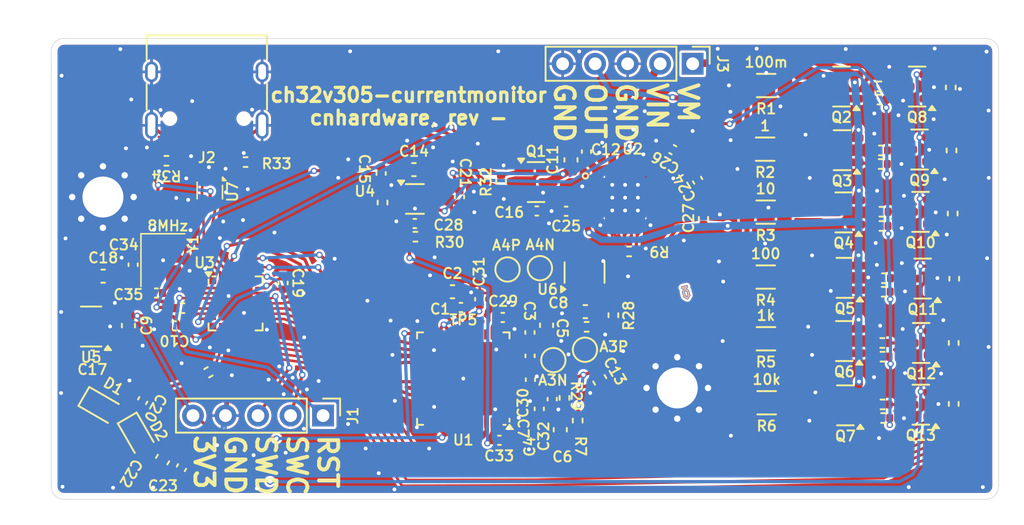
<source format=kicad_pcb>
(kicad_pcb (version 20241229) (generator "pcbnew") (generator_version "9.0")
  (layers (0 "F.Cu" signal) (2 "B.Cu" signal) (13 "F.Paste" user) (15 "B.Paste" user) (5 "F.SilkS" user "F.Silkscreen") (7 "B.SilkS" user "B.Silkscreen") (1 "F.Mask" user) (3 "B.Mask" user) (25 "Edge.Cuts" user))
  (net 0 "")
  (net 1 "Net-(U1-VDD18)")
  (net 2 "GND")
  (net 3 "Net-(U1-VREFH2)")
  (net 4 "Net-(U1-VREFH1)")
  (net 5 "+3.3VADC")
  (net 6 "+3.3V")
  (net 7 "PVA")
  (net 8 "Net-(U4-+)")
  (net 9 "+5V")
  (net 10 "Net-(D1-A)")
  (net 11 "Net-(C20-Pad1)")
  (net 12 "VNR")
  (net 13 "NRST")
  (net 14 "SWC")
  (net 15 "SWD")
  (net 16 "USBD-")
  (net 17 "Net-(J2-CC1)")
  (net 18 "USBD+")
  (net 19 "Net-(J2-CC2)")
  (net 22 "VOT")
  (net 23 "PD2AO")
  (net 24 "Net-(Q2-D)")
  (net 25 "Net-(Q2-G)")
  (net 26 "PARAIL")
  (net 27 "Net-(Q3-G)")
  (net 28 "Net-(Q3-D)")
  (net 29 "Net-(Q4-D)")
  (net 30 "Net-(Q4-G)")
  (net 31 "Net-(Q5-D)")
  (net 32 "Net-(Q5-G)")
  (net 33 "Net-(Q6-G)")
  (net 34 "Net-(Q6-D)")
  (net 35 "Net-(Q7-G)")
  (net 36 "Net-(Q7-D)")
  (net 37 "Net-(Q8-D)")
  (net 38 "O0")
  (net 39 "O1")
  (net 40 "Net-(Q9-D)")
  (net 41 "O2")
  (net 42 "Net-(Q10-D)")
  (net 43 "O3")
  (net 44 "Net-(Q11-D)")
  (net 45 "O4")
  (net 46 "Net-(Q12-D)")
  (net 47 "Net-(Q13-D)")
  (net 48 "O5")
  (net 49 "Net-(U2-ISET)")
  (net 50 "PAMON")
  (net 51 "VSET")
  (net 52 "SETMON")
  (net 53 "TIM10CH3")
  (net 54 "NEGRAILDRV")
  (net 55 "Net-(U1-AIN3P)")
  (net 56 "Net-(U1-AIN3N)")
  (net 57 "Net-(U1-AIN4N)")
  (net 58 "Net-(U1-AIN4P)")
  (net 59 "Net-(U1-MCLK)")
  (net 60 "I2SCK")
  (net 62 "I2SSD")
  (net 63 "SDA")
  (net 65 "I2SWS")
  (net 66 "SCL")
  (net 68 "ADCPDN")
  (net 69 "Net-(U2-EN)")
  (net 70 "Net-(U3-OSC_OUT{slash}PD1)")
  (net 71 "Net-(U3-OSC_IN{slash}PD0)")
  (footprint "Capacitor_SMD:C_0603_1608Metric" (layer "F.Cu") (at 141.335 68.25)
    (property "Reference" "C14")
    (property "Value" "10u")
  )
  (footprint "cnhardware:R_0402_1005Metric_COMPACT" (layer "F.Cu") (at 141.45 73.49 180)
    (property "Reference" "R30")
    (property "Value" "5.1k" (hide yes))
  )
  (footprint "cnhardware:R_0402_1005Metric_COMPACT" (layer "F.Cu") (at 177.795 67.81 180)
    (property "Reference" "R11" (hide yes))
    (property "Value" "200k" (hide yes))
  )
  (footprint "cnhardware:R_0402_1005Metric_COMPACT" (layer "F.Cu") (at 177.855 71.54)
    (property "Reference" "R18" (hide yes))
    (property "Value" "5.1k" (hide yes))
  )
  (footprint "cnhardware:R_0402_1005Metric_COMPACT" (layer "F.Cu") (at 153.0925 86.0775 -90)
    (property "Reference" "R29")
    (property "Value" "5.1k" (hide yes))
  )
  (footprint "Capacitor_SMD:C_0402_1005Metric" (layer "F.Cu") (at 163.95 72.05 90)
    (property "Reference" "C27")
    (property "Value" "10p")
  )
  (footprint "MountingHole:MountingHole_3.2mm_M3_Pad_Via" (layer "F.Cu") (at 161.902944 85.302944)
    (property "Reference" "TP6" (hide yes))
    (property "Value" "HOLE")
  )
  (footprint "cnhardware:R_0402_1005Metric_COMPACT" (layer "F.Cu") (at 154.1225 87.8475 -90)
    (property "Reference" "R7")
    (property "Value" "22" (hide yes))
  )
  (footprint "Crystal:Crystal_SMD_3225-4Pin_3.2x2.5mm" (layer "F.Cu") (at 121.72 75.32 -90)
    (property "Reference" "Y1")
    (property "Value" "8MHz")
  )
  (footprint "Capacitor_SMD:C_0402_1005Metric" (layer "F.Cu") (at 163.49 69.075692 120)
    (property "Reference" "C24")
    (property "Value" "10p")
  )
  (footprint "cnhardware:OPA567-QFN-12" (layer "F.Cu") (at 157.825 70.44)
    (property "Reference" "U2")
    (property "Value" "OPA567")
  )
  (footprint "Capacitor_SMD:C_0402_1005Metric" (layer "F.Cu") (at 119.4 75.68 -90)
    (property "Reference" "C34")
    (property "Value" "10p")
  )
  (footprint "Resistor_SMD:R_1206_3216Metric" (layer "F.Cu") (at 168.8475 61.68 180)
    (property "Reference" "R1")
    (property "Value" "100m")
  )
  (footprint "Capacitor_SMD:C_0603_1608Metric" (layer "F.Cu") (at 153.6 67.485 90)
    (property "Reference" "C11")
    (property "Value" "10u")
  )
  (footprint "Resistor_SMD:R_1206_3216Metric" (layer "F.Cu") (at 168.7675 66.65 180)
    (property "Reference" "R2")
    (property "Value" "1")
  )
  (footprint "Capacitor_SMD:C_0402_1005Metric" (layer "F.Cu") (at 131.11 77.11 -90)
    (property "Reference" "C19")
    (property "Value" "100n")
  )
  (footprint "Capacitor_SMD:C_0402_1005Metric" (layer "F.Cu") (at 150.3925 80.9675 -90)
    (property "Reference" "C3")
    (property "Value" "100n")
  )
  (footprint "Capacitor_SMD:C_0402_1005Metric" (layer "F.Cu") (at 141.4 72.46)
    (property "Reference" "C28")
    (property "Value" "10p")
  )
  (footprint "Resistor_SMD:R_1206_3216Metric" (layer "F.Cu") (at 168.885 86.46 180)
    (property "Reference" "R6")
    (property "Value" "10k")
  )
  (footprint "TestPoint:TestPoint_Pad_D1.5mm" (layer "F.Cu") (at 152.2225 83.127499 -90)
    (property "Reference" "TP2" (hide yes))
    (property "Value" "A3N")
  )
  (footprint "Package_TO_SOT_SMD:SOT-666" (layer "F.Cu") (at 125.3875 69.879999 -90)
    (property "Reference" "U7")
    (property "Value" "USBLC6-2P6")
  )
  (footprint "Capacitor_SMD:C_0402_1005Metric" (layer "F.Cu") (at 148.01 89.39)
    (property "Reference" "C33")
    (property "Value" "10p")
  )
  (footprint "Package_TO_SOT_SMD:SOT-23" (layer "F.Cu") (at 180.8275 66.68 180)
    (property "Reference" "Q9")
    (property "Value" "2N7002")
  )
  (footprint "Package_TO_SOT_SMD:SOT-23" (layer "F.Cu") (at 175.0325 86.66 180)
    (property "Reference" "Q7")
    (property "Value" "AO3401A-P")
  )
  (footprint "Capacitor_SMD:C_0603_1608Metric" (layer "F.Cu") (at 155.85 84.66883 120)
    (property "Reference" "C13")
    (property "Value" "10u")
  )
  (footprint "cnhardware:R_0402_1005Metric_COMPACT" (layer "F.Cu") (at 183.325 66.75 90)
    (property "Reference" "R26" (hide yes))
    (property "Value" "5.1k" (hide yes))
  )
  (footprint "Package_TO_SOT_SMD:SOT-23" (layer "F.Cu") (at 180.9275 86.61 180)
    (property "Reference" "Q13")
    (property "Value" "2N7002")
  )
  (footprint "cnhardware:R_0402_1005Metric_COMPACT" (layer "F.Cu") (at 177.805 66.75)
    (property "Reference" "R17" (hide yes))
    (property "Value" "5.1k" (hide yes))
  )
  (footprint "Package_TO_SOT_SMD:SOT-23-3" (layer "F.Cu") (at 116.1175 80.505 180)
    (property "Reference" "U5")
    (property "Value" "XC6206P332MR")
  )
  (footprint "Capacitor_SMD:C_0402_1005Metric" (layer "F.Cu") (at 144.89 70.39 -90)
    (property "Reference" "C21")
    (property "Value" "100n")
  )
  (footprint "Package_TO_SOT_SMD:SOT-23" (layer "F.Cu") (at 180.9525 81.79 180)
    (property "Reference" "Q12")
    (property "Value" "2N7002")
  )
  (footprint "cnhardware:R_0402_1005Metric_COMPACT" (layer "F.Cu") (at 156.91 79.62 -90)
    (property "Reference" "R28")
    (property "Value" "5.1k" (hide yes))
  )
  (footprint "Diode_SMD:D_SOD-323" (layer "F.Cu") (at 116.940981 86.7675 -30)
    (property "Reference" "D1")
    (property "Value" "D_Schottky")
  )
  (footprint "Capacitor_SMD:C_0402_1005Metric" (layer "F.Cu") (at 151.1225 86.9375 90)
    (property "Reference" "C4")
    (property "Value" "100n")
  )
  (footprint "cnhardware:R_0402_1005Metric_COMPACT" (layer "F.Cu") (at 177.695 62.78 180)
    (property "Reference" "R10" (hide yes))
    (property "Value" "200k" (hide yes))
  )
  (footprint "Package_DFN_QFN:QFN-48-1EP_7x7mm_P0.5mm_EP5.1x5.1mm" (layer "F.Cu") (at 145.1875 84.5725 180)
    (property "Reference" "U1")
    (property "Value" "~")
  )
  (footprint "Capacitor_SMD:C_0402_1005Metric" (layer "F.Cu") (at 146.472501 78.3675 90)
    (property "Reference" "C31")
    (property "Value" "100n")
  )
  (footprint "Package_TO_SOT_SMD:SOT-353_SC-70-5" (layer "F.Cu") (at 141.41 70.54)
    (property "Reference" "U4")
    (property "Value" "TLV9001IDCK")
  )
  (footprint "cnhardware:R_0402_1005Metric_COMPACT" (layer "F.Cu") (at 183.415 71.68 90)
    (property "Reference" "R25" (hide yes))
    (property "Value" "5.1k" (hide yes))
  )
  (footprint "Package_TO_SOT_SMD:SOT-23" (layer "F.Cu") (at 180.9025 71.55 180)
    (property "Reference" "Q10")
    (property "Value" "2N7002")
  )
  (footprint "Capacitor_SMD:C_0603_1608Metric" (layer "F.Cu") (at 144.342499 77.7875)
    (property "Reference" "C2")
    (property "Value" "10u")
  )
  (footprint "Package_TO_SOT_SMD:SOT-23" (layer "F.Cu") (at 174.995 76.7025 180)
    (property "Reference" "Q5")
    (property "Value" "AO3401A-P")
  )
  (footprint "Package_TO_SOT_SMD:SOT-23" (layer "F.Cu") (at 174.7325 61.76 180)
    (property "Reference" "Q2")
    (property "Value" "AO3401A-P")
  )
  (footprint "Capacitor_SMD:C_0603_1608Metric" (layer "F.Cu") (at 151.6925 80.4075 -90)
    (property "Reference" "C5")
    (property "Value" "10u")
  )
  (footprint "Capacitor_SMD:C_0402_1005Metric" (layer "F.Cu") (at 148.2725 79.7975)
    (property "Reference" "C29")
    (property "Value" "10p")
  )
  (footprint "Package_DFN_QFN:QFN-28-1EP_4x4mm_P0.4mm_EP2.3x2.3mm" (layer "F.Cu") (at 127.4 78.7)
    (property "Reference" "U3")
    (property "Value" "CH32V305GBU6")
  )
  (footprint "Resistor_SMD:R_1206_3216Metric" (layer "F.Cu") (at 168.8275 81.46 180)
    (property "Reference" "R5")
    (property "Value" "1k")
  )
  (footprint "Capacitor_SMD:C_0402_1005Metric" (layer "F.Cu") (at 122.63 80.45 180)
    (property "Reference" "C10")
    (property "Value" "100n")
  )
  (footprint "Capacitor_SMD:C_0603_1608Metric" (layer "F.Cu") (at 117.06 76.57)
    (property "Reference" "C18")
    (property "Value" "10u")
  )
  (footprint "Package_TO_SOT_SMD:SOT-23" (layer "F.Cu") (at 180.6375 61.76 180)
    (property "Reference" "Q8")
    (property "Value" "2N7002")
  )
  (footprint "cnhardware:R_0402_1005Metric_COMPACT" (layer "F.Cu") (at 138.88 70.82 90)
    (property "Reference" "R31" (hide yes))
    (property "Value" "5.1k" (hide yes))
  )
  (footprint "Capacitor_SMD:C_0603_1608Metric" (layer "F.Cu") (at 121.7 90.9 -120)
    (property "Reference" "C22")
    (property "Value" "10u")
  )
  (footprint "Resistor_SMD:R_0402_1005Metric" (layer "F.Cu") (at 122 67.56 180)
    (property "Reference" "R34")
    (property "Value" "5.1k")
  )
  (footprint "Capacitor_SMD:C_0402_1005Metric" (layer "F.Cu") (at 145.0025 79.0175)
    (property "Reference" "C1")
    (property "Value" "100n")
  )
  (footprint "cnhardware:R_0402_1005Metric_COMPACT" (layer "F.Cu") (at 177.985 87.65 180)
    (property "Reference" "R15" (hide yes))
    (property "Value" "200k" (hide yes))
  )
  (footprint "Package_TO_SOT_SMD:SOT-23" (layer "F.Cu") (at 150.8675 69.22)
    (property "Reference" "Q1")
    (property "Value" "AO3401A-P")
  )
  (footprint "Capacitor_SMD:C_0402_1005Metric" (layer "F.Cu") (at 121.21 77.89 180)
    (property "Reference" "C35")
    (property "Value" "10p")
  )
  (footprint "Package_TO_SOT_SMD:SOT-23" (layer "F.Cu") (at 174.9525 81.64 180)
    (property "Reference" "Q6")
    (property "Value" "AO3401A-P")
  )
  (footprint "Resistor_SMD:R_1206_3216Metric" (layer "F.Cu") (at 168.8075 71.57 180)
    (property "Reference" "R3")
    (property "Value" "10")
  )
  (footprint "Connector_PinHeader_2.54mm:PinHeader_1x05_P2.54mm_Vertical" (layer "F.Cu") (at 163.105001 59.98 -90)
    (property "Reference" "J3")
    (property "Value" "PWR")
  )
  (footprint "Connector_USB:USB_C_Receptacle_HRO_TYPE-C-31-M-12" (layer "F.Cu") (at 125.155 61.6625 180)
    (property "Reference" "J2")
    (property "Value" "USB_C_Receptacle_USB2.0")
  )
  (footprint "MountingHole:MountingHole_3.2mm_M3_Pad_Via" (layer "F.Cu") (at 117.04 70.39)
    (property "Reference" "TP7" (hide yes))
    (property "Value" "HOLE")
  )
  (footprint "Diode_SMD:D_SOD-323" (layer "F.Cu") (at 119.74 89.043173 -60)
    (property "Reference" "D2")
    (property "Value" "D_Schottky")
  )
  (footprint "Package_TO_SOT_SMD:SOT-23" (layer "F.Cu") (at 174.9025 71.59 180)
    (property "Reference" "Q4")
    (property "Value" "AO3401A-P")
  )
  (footprint "cnhardware:R_0402_1005Metric_COMPACT" (layer "F.Cu") (at 183.495 81.79 90)
    (property "Reference" "R23" (hide yes))
    (property "Value" "5.1k" (hide yes))
  )
  (footprint "Package_TO_SOT_SMD:SOT-23" (layer "F.Cu") (at 181.0725 76.76 180)
    (property "Reference" "Q11")
    (property "Value" "2N7002")
  )
  (footprint "Capacitor_SMD:C_0402_1005Metric" (layer "F.Cu") (at 120.145 86.288192 -120)
    (property "Reference" "C20")
    (property "Value" "100n")
  )
  (footprint "cnhardware:R_0402_1005Metric_COMPACT" (layer "F.Cu") (at 148.14 69.21 90)
    (property "Reference" "R32")
    (property "Value" "200k" (hide yes))
  )
  (footprint "Connector_PinHeader_2.54mm:PinHeader_1x05_P2.54mm_Vertical" (layer "F.Cu") (at 134.235 87.4625 -90)
    (property "Reference" "J1")
    (property "Value" "PGM")
  )
  (footprint "Capacitor_SMD:C_0402_1005Metric" (layer "F.Cu") (at 150.4325 84.6575 -90)
    (property "Reference" "C7")
    (property "Value" "100n")
  )
  (footprint "cnhardware:R_0402_1005Metric_COMPACT" (layer "F.Cu") (at 177.935 86.59)
    (property "Reference" "R21" (hide yes))
    (property "Value" "5.1k" (hide yes))
  )
  (footprint "cnhardware:R_0402_1005Metric_COMPACT" (layer "F.Cu") (at 177.855 72.65 180)
    (property "Reference" "R12" (hide yes))
    (property "Value" "200k" (hide yes))
  )
  (footprint "Capacitor_SMD:C_0402_1005Metric" (layer "F.Cu") (at 152.1325 86.1775 90)
    (property "Reference" "C32")
    (property "Value" "10p")
  )
  (footprint "Package_TO_SOT_SMD:SOT-23" (layer "F.Cu") (at 174.7725 66.73 180)
    (property "Reference" "Q3")
    (property "Value" "AO3401A-P")
  )
  (footprint "cnhardware:R_0402_1005Metric_COMPACT" (layer "F.Cu") (at 178.045 76.73)
    (property "Reference" "R19" (hide yes))
    (property "Value" "5.1k" (hide yes))
  )
  (footprint "Capacitor_SMD:C_0402_1005Metric" (layer "F.Cu") (at 150.4025 82.7975 90)
    (property "Reference" "C30")
    (property "Value" "10p")
  )
  (footprint "Capacitor_SMD:C_0603_1608Metric" (layer "F.Cu") (at 119.03 80.43 -90)
    (property "Reference" "C9")
    (property "Value" "10u")
  )
  (footprint "Capacitor_SMD:C_0603_1608Metric" (layer "F.Cu") (at 152.7625 88.5675 90)
    (property "Reference" "C6")
    (property "Value" "10u")
  )
  (footprint "Capacitor_SMD:C_0402_1005Metric" (layer "F.Cu") (at 123.17 91.53 -120)
    (property "Reference" "C23")
    (property "Value" "100n")
  )
  (footprint "Capacitor_SMD:C_0402_1005Metric" (layer "F.Cu") (at 150.93 71.48)
    (property "Reference" "C16")
    (property "Value" "100n")
  )
  (footprint "TestPoint:TestPoint_Pad_D1.5mm" (layer "F.Cu") (at 146.6225 80.1175)
    (property "Reference" "TP5")
    (property "Value" "A3N")
  )
  (footprint "cnhardware:R_0402_1005Metric_COMPACT" (layer "F.Cu") (at 183.265 61.83 90)
    (property "Reference" "R27" (hide yes))
    (property "Value" "5.1k" (hide yes))
  )
  (footprint "Capacitor_SMD:C_0603_1608Metric" (layer "F.Cu") (at 154.72 79.34)
    (property "Reference" "C8")
    (property "Value" "10u")
  )
  (footprint "Capacitor_SMD:C_0402_1005Metric" (layer "F.Cu") (at 138.77 68.55 -90)
    (property "Reference" "C15")
    (property "Value" "100n")
  )
  (footprint "Capacitor_SMD:C_0402_1005Metric" (layer "F.Cu") (at 154.81 66.84 90)
    (property "Reference" "C12")
    (property "Value" "100n")
  )
  (footprint "Package_TO_SOT_SMD:SOT-23-3" (layer "F.Cu") (at 154.66 76.29 90)
    (property "Reference" "U6")
    (property "Value" "XC6206P332MR")
  )
  (footprint "cnhardware:R_0402_1005Metric_COMPACT" (layer "F.Cu") (at 123.25 79.07 180)
    (property "Reference" "R35" (hide yes))
    (property "Value" "5.1k" (hide yes))
  )
  (footprint "TestPoint:TestPoint_Pad_D1.5mm" (layer "F.Cu") (at 151.1725 75.9475)
    (property "Reference" "TP3" (hide yes))
    (property "Value" "A4N")
  )
  (footprint "cnhardware:R_0402_1005Metric_COMPACT" (layer "F.Cu") (at 177.685 61.75)
    (property "Reference" "R16" (hide yes))
    (property "Value" "5.1k" (hide yes))
  )
  (footprint "TestPoint:TestPoint_Pad_D1.5mm" (layer "F.Cu") (at 148.6425 76.0475)
    (property "Reference" "TP4" (hide yes))
    (property "Value" "A4P")
  )
  (footprint "Resistor_SMD:R_0402_1005Metric" (layer "F.Cu") (at 128.18 67.66)
    (property "Reference" "R33")
    (property "Value" "5.1k")
  )
  (footprint "cnhardware:R_0402_1005Metric_COMPACT" (layer "F.Cu") (at 154.8225 80.527499 180)
    (property "Reference" "R8" (hide yes))
    (property "Value" "22" (hide yes))
  )
  (footprint "cnhardware:R_0402_1005Metric_COMPACT" (layer "F.Cu") (at 178.025 77.79 180)
    (property "Reference" "R13" (hide yes))
    (property "Value" "200k" (hide yes))
  )
  (footprint "cnhardware:R_0402_1005Metric_COMPACT" (layer "F.Cu") (at 183.495 86.55 90)
    (property "Reference" "R22" (hide yes))
    (property "Value" "5.1k" (hide yes))
  )
  (footprint "cnhardware:R_0402_1005Metric_COMPACT" (layer "F.Cu") (at 125.28 84.08 30)
    (property "Reference" "R36" (hide yes))
    (property "Value" "22" (hide yes))
  )
  (footprint "Capacitor_SMD:C_0402_1005Metric" (layer "F.Cu") (at 153.22 71.5 180)
    (property "Reference" "C25")
    (property "Value" "10p")
  )
  (footprint "Resistor_SMD:R_1206_3216Metric" (layer "F.Cu") (at 168.8075 76.64 180)
    (property "Reference" "R4")
    (property "Value" "100")
  )
  (footprint "Capacitor_SMD:C_0402_1005Metric" (layer "F.Cu") (at 161.55 66.69 150)
    (property "Reference" "C26")
    (property "Value" "10p")
  )
  (footprint "cnhardware:R_0402_1005Metric_COMPACT" (layer "F.Cu") (at 177.915 81.79)
    (property "Reference" "R20" (hide yes))
    (property "Value" "5.1k" (hide yes))
  )
  (footprint "Capacitor_SMD:C_0402_1005Metric" (layer "F.Cu") (at 116.2325 82.7325)
    (property "Reference" "C17")
    (property "Value" "100n")
  )
  (footprint "cnhardware:R_0402_1005Metric_COMPACT" (layer "F.Cu") (at 183.535 76.77 90)
    (property "Reference" "R24" (hide yes))
    (property "Value" "5.1k" (hide yes))
  )
  (footprint "cnhardware:R_0402_1005Metric_COMPACT" (layer "F.Cu") (at 158.14 74.64 180)
    (property "Reference" "R9")
    (property "Value" "5.1k" (hide yes))
  )
  (footprint "TestPoint:TestPoint_Pad_D1.5mm" (layer "F.Cu") (at 154.6925 82.3175 -90)
    (property "Reference" "TP1" (hide yes))
    (property "Value" "A3P")
  )
  (footprint "cnhardware:R_0402_1005Metric_COMPACT" (layer "F.Cu") (at 177.935 82.86 180)
    (property "Reference" "R14" (hide yes))
    (property "Value" "200k" (hide yes))
  )
  (gr_line (start 162.382741 77.810753) (end 162.474247 78.15226) (stroke (width 0.1)) (layer "F.SilkS"))
  (gr_line (start 162.632741 77.377741) (end 162.382741 77.810753) (stroke (width 0.1)) (layer "F.SilkS"))
  (gr_line (start 162.690753 78.27726) (end 162.815753 78.060753) (stroke (width 0.1)) (layer "F.SilkS"))
  (gr_line (start 162.724247 77.719247) (end 162.291234 77.469247) (stroke (width 0.1)) (layer "F.SilkS"))
  (gr_line (start 162.474247 78.15226) (end 162.690753 78.27726) (stroke (width 0.1)) (layer "F.SilkS"))
  (gr_line (start 162.291234 77.469247) (end 162.632741 77.377741) (stroke (width 0.1)) (layer "F.SilkS"))
  (gr_line (start 162.815753 78.060753) (end 162.724247 77.719247) (stroke (width 0.1)) (layer "F.SilkS"))
  (gr_line (start 162.632741 77.377741) (end 162.382741 77.810753) (stroke (width 0.1)) (layer "B.SilkS"))
  (gr_line (start 162.690753 78.27726) (end 162.815753 78.060753) (stroke (width 0.1)) (layer "B.SilkS"))
  (gr_line (start 162.474247 78.15226) (end 162.690753 78.27726) (stroke (width 0.1)) (layer "B.SilkS"))
  (gr_line (start 162.382741 77.810753) (end 162.474247 78.15226) (stroke (width 0.1)) (layer "B.SilkS"))
  (gr_line (start 162.815753 78.060753) (end 162.724247 77.719247) (stroke (width 0.1)) (layer "B.SilkS"))
  (gr_line (start 162.291234 77.469247) (end 162.632741 77.377741) (stroke (width 0.1)) (layer "B.SilkS"))
  (gr_line (start 162.724247 77.719247) (end 162.291234 77.469247) (stroke (width 0.1)) (layer "B.SilkS"))
  (gr_arc (start 114 94) (mid 113.292893 93.707107) (end 113 93) (stroke (width 0.05)) (layer "Edge.Cuts"))
  (gr_line (start 114 58) (end 186 58) (stroke (width 0.05)) (layer "Edge.Cuts"))
  (gr_arc (start 113 59) (mid 113.292893 58.292893) (end 114 58) (stroke (width 0.05)) (layer "Edge.Cuts"))
  (gr_arc (start 187 93) (mid 186.707107 93.707107) (end 186 94) (stroke (width 0.05)) (layer "Edge.Cuts"))
  (gr_arc (start 186 58) (mid 186.707107 58.292893) (end 187 59) (stroke (width 0.05)) (layer "Edge.Cuts"))
  (gr_line (start 186 94) (end 114 94) (stroke (width 0.05)) (layer "Edge.Cuts"))
  (gr_line (start 113 93) (end 113 59) (stroke (width 0.05)) (layer "Edge.Cuts"))
  (gr_line (start 187 59) (end 187 93) (stroke (width 0.05)) (layer "Edge.Cuts"))
  (gr_text "VM\nVIN\nGND\nOUT\nGND" (at 152.2 61.32 270) (layer "F.SilkS") (effects (font (size 1.5 1.5) (thickness 0.3) (bold yes)) (justify left bottom)))
  (gr_text "ch32v305-currentmonitor\ncnhardware, rev -" (at 140.92 64.84 0) (layer "F.SilkS") (effects (font (size 1.1 1.1) (thickness 0.25) (bold yes)) (justify bottom)))
  (gr_text "RST\nSWC\nSWD\nGND\n3V3" (at 124.06 88.83 270) (layer "F.SilkS") (effects (font (size 1.5 1.5) (thickness 0.3) (bold yes)) (justify left bottom)))
  (segment (start 162.632741 77.377741) (end 162.382742 77.810753) (width 0.2) (layer "F.Cu") (net 0))
  (segment (start 162.690754 78.277258) (end 162.815752 78.060754) (width 0.2) (layer "F.Cu") (net 0))
  (segment (start 162.291234 77.469247) (end 162.632741 77.377741) (width 0.2) (layer "F.Cu") (net 0))
  (segment (start 162.382742 77.810753) (end 162.474247 78.152258) (width 0.2) (layer "F.Cu") (net 0))
  (segment (start 162.724248 77.719248) (end 162.291234 77.469247) (width 0.2) (layer "F.Cu") (net 0))
  (segment (start 162.690754 78.277258) (end 162.474247 78.152258) (width 0.2) (layer "F.Cu") (net 0))
  (segment (start 162.815752 78.060754) (end 162.724248 77.719248) (width 0.2) (layer "F.Cu") (net 0))
  (segment (start 162.474247 78.15226) (end 162.382741 77.810753) (width 0.2) (layer "B.Cu") (net 0))
  (segment (start 162.690753 78.27726) (end 162.815753 78.060753) (width 0.2) (layer "B.Cu") (net 0))
  (segment (start 162.291234 77.469247) (end 162.724247 77.719247) (width 0.2) (layer "B.Cu") (net 0))
  (segment (start 162.382741 77.810753) (end 162.632741 77.377741) (width 0.2) (layer "B.Cu") (net 0))
  (segment (start 162.724247 77.719247) (end 162.815753 78.060753) (width 0.2) (layer "B.Cu") (net 0))
  (segment (start 162.632741 77.377741) (end 162.291234 77.469247) (width 0.2) (layer "B.Cu") (net 0))
  (segment (start 162.690753 78.27726) (end 162.474247 78.15226) (width 0.2) (layer "B.Cu") (net 0))
  (segment (start 144.9425 80.2275) (end 144.937501 81.1225) (width 0.25) (layer "F.Cu") (net 1))
  (segment (start 144.5225 79.0175) (end 144.9425 80.2275) (width 0.25) (layer "F.Cu") (net 1))
  (segment (start 144.5225 79.0175) (end 143.5675 77.7875) (width 0.25) (layer "F.Cu") (net 1))
  (segment (start 155.1 85.695224) (end 156.2375 85.34) (width 0.25) (layer "F.Cu") (net 2))
  (segment (start 149.6225 84.3175) (end 150.4325 84.1775) (width 0.25) (layer "F.Cu") (net 2))
  (segment (start 153.42 72.56) (end 154.72 73.71) (width 0.25) (layer "F.Cu") (net 2))
  (segment (start 145.4225 86.1675) (end 145.1875 84.5725) (width 0.25) (layer "F.Cu") (net 2))
  (segment (start 146.4725 77.887499) (end 145.1175 77.7875) (width 0.25) (layer "F.Cu") (net 2))
  (segment (start 147.94 88.53) (end 148.49 89.39) (width 0.25) (layer "F.Cu") (net 2))
  (segment (start 131.11 77.59) (end 130.55 77.56) (width 0.2) (layer "F.Cu") (net 2))
  (segment (start 142.59 70.56) (end 141.46 70.54939) (width 0.25) (layer "F.Cu") (net 2))
  (segment (start 123.31 82.87) (end 122.15 80.45) (width 0.25) (layer "F.Cu") (net 2))
  (segment (start 147.9375 88.0225) (end 147.94 88.53) (width 0.25) (layer "F.Cu") (net 2))
  (segment (start 131.11 77.59) (end 132.71 77.91) (width 0.2) (layer "F.Cu") (net 2))
  (segment (start 157.215912 73.714088) (end 156.825 72.84) (width 0.25) (layer "F.Cu") (net 2))
  (segment (start 151.1225 86.4575) (end 152.1325 86.6575) (width 0.25) (layer "F.Cu") (net 2))
  (segment (start 120.87 76.42) (end 120.73 77.89) (width 0.25) (layer "F.Cu") (net 2))
  (segment (start 148.6375 85.8225) (end 146.3025 85.8275) (width 0.25) (layer "F.Cu") (net 2))
  (segment (start 125.39 82.14) (end 123.31 82.87) (width 0.25) (layer "F.Cu") (net 2))
  (segment (start 147.9375 88.0225) (end 147.9525 87.3275) (width 0.25) (layer "F.Cu") (net 2))
  (segment (start 125.02 75.98) (end 124.5 74.27) (width 0.25) (layer "F.Cu") (net 2))
  (segment (start 128.17 77.91) (end 127.4 78.7) (width 0.2) (layer "F.Cu") (net 2))
  (segment (start 148.6375 87.3225) (end 147.9525 87.3275) (width 0.25) (layer "F.Cu") (net 2))
  (segment (start 120.6 77.86) (end 120.54 77.74) (width 0.25) (layer "F.Cu") (net 2))
  (segment (start 121.49 67.56) (end 121.905 65.7075) (width 0.25) (layer "F.Cu") (net 2))
  (segment (start 144.4375 88.0225) (end 143.9375 88.0225) (width 0.25) (layer "F.Cu") (net 2))
  (segment (start 152.9 79.475699) (end 153.945 79.34) (width 0.25) (layer "F.Cu") (net 2))
  (segment (start 116.031654 86.2425) (end 116.7125 82.7325) (width 0.25) (layer "F.Cu") (net 2))
  (segment (start 150.4 86.329557) (end 151.1225 86.4575) (width 0.25) (layer "F.Cu") (net 2))
  (segment (start 161.134308 66.45) (end 159.47 68.78) (width 0.25) (layer "F.Cu") (net 2))
  (segment (start 154.72 73.71) (end 155.766437 74.876437) (width 0.25) (layer "F.Cu") (net 2))
  (segment (start 143.6725 86.3375) (end 145.1875 84.5725) (width 0.25) (layer "F.Cu") (net 2))
  (segment (start 144.89 70.87) (end 146.05 71.58) (width 0.25) (layer "F.Cu") (net 2))
  (segment (start 116.7125 82.7325) (end 117.255 81.455) (width 0.25) (layer "F.Cu") (net 2))
  (segment (start 152.950093 87.1075) (end 152.612501 86.9875) (width 0.25) (layer "F.Cu") (net 2))
  (segment (start 152.950093 87.1075) (end 153.0925 86.5875) (width 0.25) (layer "F.Cu") (net 2))
  (segment (start 126.86 78.12) (end 128.06 79.44) (width 0.25) (layer "F.Cu") (net 2))
  (segment (start 145.4375 81.122501) (end 145.4825 79.0175) (width 0.25) (layer "F.Cu") (net 2))
  (segment (start 129.84 80.75) (end 132.76 81.35) (width 0.25) (layer "F.Cu") (net 2))
  (segment (start 148.6375 86.822499) (end 148.6375 87.3225) (width 0.25) (layer "F.Cu") (net 2))
  (segment (start 152.74 71.5) (end 151.41 71.48) (width 0.25) (layer "F.Cu") (net 2))
  (segment (start 155.55 75.05) (end 155.766437 74.876437) (width 0.25) (layer "F.Cu") (net 2))
  (segment (start 142.11 68.25) (end 141.51 69.5) (width 0.25) (layer "F.Cu") (net 2))
  (segment (start 125.89 90.854153) (end 127.085 90.9625) (width 0.25) (layer "F.Cu") (net 2))
  (segment (start 148.6375 84.3225) (end 145.9225 84.3575) (width 0.25) (layer "F.Cu") (net 2))
  (segment (start 121.49 67.56) (end 123.88 72.98) (width 0.25) (layer "F.Cu") (net 2))
  (segment (start 141.737499 86.3225) (end 141.7375 86.8225) (width 0.25) (layer "F.Cu") (net 2))
  (segment (start 145.1175 77.7875) (end 145.4825 79.0175) (width 0.25) (layer "F.Cu") (net 2))
  (segment (start 121.905 65.7075) (end 120.835 64.792501) (width 0.25) (layer "F.Cu") (net 2))
  (segment (start 148.6375 85.8225) (end 149.112501 85.8475) (width 0.25) (layer "F.Cu") (net 2))
  (segment (start 141.7375 87.3225) (end 142.4325 87.3375) (width 0.25) (layer "F.Cu") (net 2))
  (segment (start 157.63 74.64) (end 157.825 72.84) (width 0.25) (layer "F.Cu") (net 2))
  (segment (start 127.11 84.31) (end 126.84 82.366816) (width 0.25) (layer "F.Cu") (net 2))
  (segment (start 155.766437 74.876437) (end 157.215912 73.714088) (width 0.25) (layer "F.Cu") (net 2))
  (segment (start 149.112501 85.8475) (end 149.7225 86.0975) (width 0.25) (layer "F.Cu") (net 2))
  (segment (start 151.6925 79.6325) (end 152.9 79.475699) (width 0.25) (layer "F.Cu") (net 2))
  (segment (start 148.6375 82.3225) (end 146.582499 82.2975) (width 0.25) (layer "F.Cu") (net 2))
  (segment (start 127.4 78.7) (end 126.86 78.12) (width 0.25) (layer "F.Cu") (net 2))
  (segment (start 143.042499 82.8475) (end 145.1875 84.5725) (width 0.25) (layer "F.Cu") (net 2))
  (segment (start 159.47 68.78) (end 158.825 69.44) (width 0.25) (layer "F.Cu") (net 2))
  (segment (start 150.4325 84.1775) (end 150.93 84.4) (width 0.25) (layer "F.Cu") (net 2))
  (segment (start 143.9375 88.0225) (end 143.9325 86.4475) (width 0.25) (layer "F.Cu") (net 2))
  (segment (start 119.03 81.205) (end 117.255 81.455) (width 0.25) (layer "F.Cu") (net 2))
  (segment (start 141.7375 87.3225) (end 140.41 87.33) (width 0.25) (layer "F.Cu") (net 2))
  (segment (start 146.9375 88.022501) (end 146.9425 86.5675) (width 0.25) (layer "F.Cu") (net 2))
  (segment (start 129.98 77.9) (end 129.3375 77.9) (width 0.2) (layer "F.Cu") (net 2))
  (segment (start 157.825 72.84) (end 157.825 71.44) (width 0.25) (layer "F.Cu") (net 2))
  (segment (start 152.7625 87.7925) (end 152.950093 87.1075) (width 0.25) (layer "F.Cu") (net 2))
  (segment (start 139.51 80.04) (end 141.6 80.08) (width 0.25) (layer "F.Cu") (net 2))
  (segment (start 138.77 69.03) (end 138.88 70.31) (width 0.25) (layer "F.Cu") (net 2))
  (segment (start 122.57 74.22) (end 123.81 76.15) (width 0.25) (layer "F.Cu") (net 2))
  (segment (start 148.6375 84.3225) (end 149.6225 84.3175) (width 0.25) (layer "F.Cu") (net 2))
  (segment (start 146.582499 82.2975) (end 145.1875 84.5725) (width 0.25) (layer "F.Cu") (net 2))
  (segment (start 141.51 69.5) (end 141.46 70.54939) (width 0.25) (layer "F.Cu") (net 2))
  (segment (start 144.89 70.87) (end 142.59 70.56) (width 0.25) (layer "F.Cu") (net 2))
  (segment (start 150.3925 80.4875) (end 151.6925 79.6325) (width 0.25) (layer "F.Cu") (net 2))
  (segment (start 148.49 89.39) (end 148.73 88.44) (width 0.25) (layer "F.Cu") (net 2))
  (segment (start 140.41 87.33) (end 139.84 86.31) (width 0.25) (layer "F.Cu") (net 2))
  (segment (start 153.6 66.71) (end 154.81 66.36) (width 0.25) (layer "F.Cu") (net 2))
  (segment (start 147.9525 87.3275) (end 145.1875 84.5725) (width 0.25) (layer "F.Cu") (net 2))
  (segment (start 141.46 70.54939) (end 140.46 70.54) (width 0.25) (layer "F.Cu") (net 2))
  (segment (start 124.5 74.27) (end 123.88 72.98) (width 0.25) (layer "F.Cu") (net 2))
  (segment (start 163.25 68.66) (end 161.59 68.93) (width 0.25) (layer "F.Cu") (net 2))
  (segment (start 145.9375 88.0225) (end 145.4375 88.0225) (width 0.25) (layer "F.Cu") (net 2))
  (segment (start 128.69 67.66) (end 127.98 72.19) (width 0.25) (layer "F.Cu") (net 2))
  (segment (start 129.3375 77.9) (end 128.17 77.91) (width 0.2) (layer "F.Cu") (net 2))
  (segment (start 142.4375 88.0225) (end 142.4325 87.3375) (width 0.25) (layer "F.Cu") (net 2))
  (segment (start 145.4225 84.3775) (end 145.1875 84.5725) (width 0.25) (layer "F.Cu") (net 2))
  (segment (start 128.405 65.7075) (end 128.69 67.66) (width 0.25) (layer "F.Cu") (net 2))
  (segment (start 143.3325 85.3475) (end 145.1875 84.5725) (width 0.25) (layer "F.Cu") (net 2))
  (segment (start 148.637501 81.8225) (end 149.2325 81.8175) (width 0.25) (layer "F.Cu") (net 2))
  (segment (start 130.55 77.56) (end 130.228162 77.668162) (width 0.2) (layer "F.Cu") (net 2))
  (segment (start 138.88 70.31) (end 139.62 70.54) (width 0.25) (layer "F.Cu") (net 2))
  (segment (start 145.4375 88.0225) (end 145.4225 86.1675) (width 0.25) (layer "F.Cu") (net 2))
  (segment (start 130.228162 77.668162) (end 129.98 77.9) (width 0.2) (layer "F.Cu") (net 2))
  (segment (start 155.41 76.18) (end 155.55 75.05) (width 0.25) (layer "F.Cu") (net 2))
  (segment (start 125.3875 68.954999) (end 125.32 68.06) (width 0.25) (layer "F.Cu") (net 2))
  (segment (start 149.7225 86.0975) (end 150.1625 86.2875) (width 0.25) (layer "F.Cu") (net 2))
  (segment (start 156.825 72.84) (end 156.825 71.44) (width 0.25) (layer "F.Cu") (net 2))
  (segment (start 126.615 87.4625) (end 127.11 84.31) (width 0.25) (layer "F.Cu") (net 2))
  (segment (start 153.71 77.4275) (end 155.41 76.18) (width 0.25) (layer "F.Cu") (net 2))
  (segment (start 141.737499 86.3225) (end 143.6725 86.3375) (width 0.25) (layer "F.Cu") (net 2))
  (segment (start 154.81 66.36) (end 156.04 66.14) (width 0.25) (layer "F.Cu") (net 2))
  (segment (start 161.134308 66.45) (end 160.25 65.99) (width 0.25) (layer "F.Cu") (net 2))
  (segment (start 153.0925 86.5875) (end 154.06 86.02) (width 0.25) (layer "F.Cu") (net 2))
  (segment (start 143.9325 86.4475) (end 145.1875 84.5725) (width 0.25) (layer "F.Cu") (net 2))
  (segment (start 141.7375 85.3225) (end 143.3325 85.3475) (width 0.25) (layer "F.Cu") (net 2))
  (segment (start 141.7375 86.8225) (end 141.7375 87.3225) (width 0.25) (layer "F.Cu") (net 2))
  (segment (start 145.9225 84.3575) (end 145.1875 84.5725) (width 0.25) (layer "F.Cu") (net 2))
  (segment (start 146.9425 86.5675) (end 145.1875 84.5725) (width 0.25) (layer "F.Cu") (net 2))
  (segment (start 139.62 70.54) (end 140.46 70.54) (width 0.25) (layer "F.Cu") (net 2))
  (segment (start 125.96 89.77) (end 125.89 90.854153) (width 0.25) (layer "F.Cu") (net 2))
  (segment (start 142.4325 87.3375) (end 145.1875 84.5725) (width 0.25) (layer "F.Cu") (net 2))
  (segment (start 152.74 71.5) (end 153.42 72.56) (width 0.25) (layer "F.Cu") (net 2))
  (segment (start 153.0925 86.5875) (end 152.1325 86.6575) (width 0.25) (layer "F.Cu") (net 2))
  (segment (start 148.637501 81.8225) (end 148.6375 82.3225) (width 0.25) (layer "F.Cu") (net 2))
  (segment (start 128.405 65.7075) (end 129.475 64.792501) (width 0.25) (layer "F.Cu") (net 2))
  (segment (start 122.15 80.45) (end 121.04 80.718606) (width 0.25) (layer "F.Cu") (net 2))
  (segment (start 121.04 80.718606) (end 119.03 81.205) (width 0.25) (layer "F.Cu") (net 2))
  (segment (start 157.63 74.64) (end 157.215912 73.714088) (width 0.25) (layer "F.Cu") (net 2))
  (segment (start 154.06 86.02) (end 155.1 85.695224) (width 0.25) (layer "F.Cu") (net 2))
  (segment (start 120.78 76.68) (end 119.4 76.16) (width 0.25) (layer "F.Cu") (net 2))
  (segment (start 153.945 79.34) (end 153.71 77.4275) (width 0.25) (layer "F.Cu") (net 2))
  (segment (start 145.4375 81.122501) (end 145.4225 84.3775) (width 0.25) (layer "F.Cu") (net 2))
  (segment (start 141.7375 82.822501) (end 143.042499 82.8475) (width 0.25) (layer "F.Cu") (net 2))
  (segment (start 149.2325 81.8175) (end 149.6925 80.9175) (width 0.25) (layer "F.Cu") (net 2))
  (segment (start 150.1625 86.2875) (end 150.4 86.329557) (width 0.25) (layer "F.Cu") (net 2))
  (segment (start 122.57 74.22) (end 121.74 75.33) (width 0.25) (layer "F.Cu") (net 2))
  (segment (start 146.3025 85.8275) (end 145.1875 84.5725) (width 0.25) (layer "F.Cu") (net 2))
  (segment (start 149.6925 80.9175) (end 150.3925 80.4875) (width 0.25) (layer "F.Cu") (net 2))
  (via (at 121.04 72.93) (size 0.5) (drill 0.3) (layers "F.Cu" "B.Cu") (net 2))
  (via (at 179.51 80.7) (size 0.5) (drill 0.3) (layers "F.Cu" "B.Cu") (net 2))
  (via (at 179.44 75.55) (size 0.5) (drill 0.3) (layers "F.Cu" "B.Cu") (net 2))
  (via (at 145.8 77.837868) (size 0.5) (drill 0.3) (layers "F.Cu" "B.Cu") (net 2))
  (via (at 141.56 88.38) (size 0.5) (drill 0.3) (layers "F.Cu" "B.Cu") (net 2))
  (via (at 172.43 82.72) (size 0.5) (drill 0.3) (layers "F.Cu" "B.Cu") (net 2))
  (via (at 150.31 90.1) (size 0.5) (drill 0.3) (layers "F.Cu" "B.Cu") (net 2))
  (via (at 175.06 58.83) (size 0.5) (drill 0.3) (layers "F.Cu" "B.Cu") (net 2))
  (via (at 157.67 82.43) (size 0.5) (drill 0.3) (layers "F.Cu" "B.Cu") (net 2))
  (via (at 169.02 71.22) (size 0.5) (drill 0.3) (layers "F.Cu" "B.Cu") (net 2))
  (via (at 179.61 87.67) (size 0.5) (drill 0.3) (layers "F.Cu" "B.Cu") (net 2))
  (via (at 114.12 73.62) (size 0.5) (drill 0.3) (layers "F.Cu" "B.Cu") (net 2))
  (via (at 125.96 89.77) (size 0.5) (drill 0.3) (layers "F.Cu" "B.Cu") (net 2))
  (via (at 121.42 68.38) (size 0.5) (drill 0.3) (layers "F.Cu" "B.Cu") (net 2))
  (via (at 123.88 72.98) (size 0.5) (drill 0.3) (layers "F.Cu" "B.Cu") (net 2))
  (via (at 128.06 79.44) (size 0.5) (drill 0.3) (layers "F.Cu" "B.Cu") (net 2))
  (via (at 165.16 75.42) (size 0.5) (drill 0.3) (layers "F.Cu" "B.Cu") (net 2))
  (via (at 186.23 68.89) (size 0.5) (drill 0.3) (layers "F.Cu" "B.Cu") (net 2))
  (via (at 179.69 77.76) (size 0.5) (drill 0.3) (layers "F.Cu" "B.Cu") (net 2))
  (via (at 138.58 91.96) (size 0.5) (drill 0.3) (layers "F.Cu" "B.Cu") (net 2))
  (via (at 123.04 77.567201) (size 0.5) (drill 0.3) (layers "F.Cu" "B.Cu") (net 2))
  (via (at 122.769155 70.460845) (size 0.5) (drill 0.3) (layers "F.Cu" "B.Cu") (net 2))
  (via (at 183.98 61.95) (size 0.5) (drill 0.3) (layers "F.Cu" "B.Cu") (net 2))
  (via (at 173.33 60.92) (size 0.5) (drill 0.3) (layers "F.Cu" "B.Cu") (net 2))
  (via (at 166.07 65.95) (size 0.5) (drill 0.3) (layers "F.Cu" "B.Cu") (net 2))
  (via (at 159.44 74.41) (size 0.5) (drill 0.3) (layers "F.Cu" "B.Cu") (net 2))
  (via (at 161.59 68.93) (size 0.5) (drill 0.3) (layers "F.Cu" "B.Cu") (net 2))
  (via (at 126.84 82.366816) (size 0.5) (drill 0.3) (layers "F.Cu" "B.Cu") (net 2))
  (via (at 148.34 67.92) (size 0.5) (drill 0.3) (layers "F.Cu" "B.Cu") (net 2))
  (via (at 143.04 64.77) (size 0.5) (drill 0.3) (layers "F.Cu" "B.Cu") (net 2))
  (via (at 131.31 90.36) (size 0.5) (drill 0.3) (layers "F.Cu" "B.Cu") (net 2))
  (via (at 139.57 69.46) (size 0.5) (drill 0.3) (layers "F.Cu" "B.Cu") (net 2))
  (via (at 113.88 93.02) (size 0.5) (drill 0.3) (layers "F.Cu" "B.Cu") (net 2))
  (via (at 121.74 75.33) (size 0.5) (drill 0.3) (layers "F.Cu" "B.Cu") (net 2))
  (via (at 137.7 78.49) (size 0.5) (drill 0.3) (layers "F.Cu" "B.Cu") (net 2))
  (via (at 159.81 72.59) (size 0.5) (drill 0.3) (layers "F.Cu" "B.Cu") (net 2))
  (via (at 135.42 68.89) (size 0.5) (drill 0.3) (layers "F.Cu" "B.Cu") (net 2))
  (via (at 117.97 78.66) (size 0.5) (drill 0.3) (layers "F.Cu" "B.Cu") (net 2))
  (via (at 156.12 75.39) (size 0.5) (drill 0.3) (layers "F.Cu" "B.Cu") (net 2))
  (via (at 182.95 73.32) (size 0.5) (drill 0.3) (layers "F.Cu" "B.Cu") (net 2))
  (via (at 159.36 63.687092) (size 0.5) (drill 0.3) (layers "F.Cu" "B.Cu") (net 2))
  (via (at 132.74 88.49) (size 0.5) (drill 0.3) (layers "F.Cu" "B.Cu") (net 2))
  (via (at 142.52 90.03) (size 0.5) (drill 0.3) (layers "F.Cu" "B.Cu") (net 2))
  (via (at 177.27 84.46) (size 0.5) (drill 0.3) (layers "F.Cu" "B.Cu") (net 2))
  (via (at 149.19 80.7) (size 0.5) (drill 0.3) (layers "F.Cu" "B.Cu") (net 2))
  (via (at 139.51 80.04) (size 0.5) (drill 0.3) (layers "F.Cu" "B.Cu") (net 2))
  (via (at 186.22 63.63) (size 0.5) (drill 0.3) (layers "F.Cu" "B.Cu") (net 2))
  (via (at 120.47 66.52) (size 0.5) (drill 0.3) (layers "F.Cu" "B.Cu") (net 2))
  (via (at 179.18 64) (size 0.5) (drill 0.3) (layers "F.Cu" "B.Cu") (net 2))
  (via (at 158.47 65.12) (size 0.5) (drill 0.3) (layers "F.Cu" "B.Cu") (net 2))
  (via (at 150.4 86.329557) (size 0.5) (drill 0.3) (layers "F.Cu" "B.Cu") (net 2))
  (via (at 151.88 72.44) (size 0.5) (drill 0.3) (layers "F.Cu" "B.Cu") (net 2))
  (via (at 130.44 73.16) (size 0.5) (drill 0.3) (layers "F.Cu" "B.Cu") (net 2))
  (via (at 165.45 81.64) (size 0.5) (drill 0.3) (layers "F.Cu" "B.Cu") (net 2))
  (via (at 182.09 71.59) (size 0.5) (drill 0.3) (layers "F.Cu" "B.Cu") (net 2))
  (via (at 125.02 75.98) (size 0.5) (drill 0.3) (layers "F.Cu" "B.Cu") (net 2))
  (via (at 128.81 90.55) (size 0.5) (drill 0.3) (layers "F.Cu" "B.Cu") (net 2))
  (via (at 179.69 84.14) (size 0.5) (drill 0.3) (layers "F.Cu" "B.Cu") (net 2))
  (via (at 182.3 86.56) (size 0.5) (drill 0.3) (layers "F.Cu" "B.Cu") (net 2))
  (via (at 119.25 62.77) (size 0.5) (drill 0.3) (layers "F.Cu" "B.Cu") (net 2))
  (via (at 139.81 93.23) (size 0.5) (drill 0.3) (layers "F.Cu" "B.Cu") (net 2))
  (via (at 121.54 63.59) (size 0.5) (drill 0.3) (layers "F.Cu" "B.Cu") (net 2))
  (via (at 172.43 74.95) (size 0.5) (drill 0.3) (layers "F.Cu" "B.Cu") (net 2))
  (via (at 142.9 82.35) (size 0.5) (drill 0.3) (layers "F.Cu" "B.Cu") (net 2))
  (via (at 149.52 87.63) (size 0.5) (drill 0.3) (layers "F.Cu" "B.Cu") (net 2))
  (via (at 136.19 88.12) (size 0.5) (drill 0.3) (layers "F.Cu" "B.Cu") (net 2))
  (via (at 177.49 75.69) (size 0.5) (drill 0.3) (layers "F.Cu" "B.Cu") (net 2))
  (via (at 139.96 72.29) (size 0.5) (drill 0.3) (layers "F.Cu" "B.Cu") (net 2))
  (via (at 113.81 60.91) (size 0.5) (drill 0.3) (layers "F.Cu" "B.Cu") (net 2))
  (via (at 179.54 62.86) (size 0.5) (drill 0.3) (layers "F.Cu" "B.Cu") (net 2))
  (via (at 181.58 66.7) (size 0.5) (drill 0.3) (layers "F.Cu" "B.Cu") (net 2))
  (via (at 140.8 65.98) (size 0.5) (drill 0.3) (layers "F.Cu" "B.Cu") (net 2))
  (via (at 172.22 87.86) (size 0.5) (drill 0.3) (layers "F.Cu" "B.Cu") (net 2))
  (via (at 177.29 63.86) (size 0.5) (drill 0.3) (layers "F.Cu" "B.Cu") (net 2))
  (via (at 129.98 84.65) (size 0.5) (drill 0.3) (layers "F.Cu" "B.Cu") (net 2))
  (via (at 168.85 60.69) (size 0.5) (drill 0.3) (layers "F.Cu" "B.Cu") (net 2))
  (via (at 179.98 93.05) (size 0.5) (drill 0.3) (layers "F.Cu" "B.Cu") (net 2))
  (via (at 156.27 81.13) (size 0.5) (drill 0.3) (layers "F.Cu" "B.Cu") (net 2))
  (via (at 141.6 80.08) (size 0.5) (drill 0.3) (layers "F.Cu" "B.Cu") (net 2))
  (via (at 147.68 86.97) (size 0.5) (drill 0.3) (layers "F.Cu" "B.Cu") (net 2))
  (via (at 146.89 76.54) (size 0.5) (drill 0.3) (layers "F.Cu" "B.Cu") (net 2))
  (via (at 182.01 58.79) (size 0.5) (drill 0.3) (layers "F.Cu" "B.Cu") (net 2))
  (via (at 181.93 64.31) (size 0.5) (drill 0.3) (layers "F.Cu" "B.Cu") (net 2))
  (via (at 172.13 80.52) (size 0.5) (drill 0.3) (layers "F.Cu" "B.Cu") (net 2))
  (via (at 130.81 83.62) (size 0.5) (drill 0.3) (layers "F.Cu" "B.Cu") (net 2))
  (via (at 118.5 75.13) (size 0.5) (drill 0.3) (layers "F.Cu" "B.Cu") (net 2))
  (via (at 155.81 66.92) (size 0.5) (drill 0.3) (layers "F.Cu" "B.Cu") (net 2))
  (via (at 126.66 70.02) (size 0.5) (drill 0.3) (layers "F.Cu" "B.Cu") (net 2))
  (via (at 182.51 84.18) (size 0.5) (drill 0.3) (layers "F.Cu" "B.Cu") (net 2))
  (via (at 126.86 78.12) (size 0.5) (drill 0.3) (layers "F.Cu" "B.Cu") (net 2))
  (via (at 165.49 76.99) (size 0.5) (drill 0.3) (layers "F.Cu" "B.Cu") (net 2))
  (via (at 153.4 82.68) (size 0.5) (drill 0.3) (layers "F.Cu" "B.Cu") (net 2))
  (via (at 142.91 86.78) (size 0.5) (drill 0.3) (layers "F.Cu" "B.Cu") (net 2))
  (via (at 132.76 81.35) (size 0.5) (drill 0.3) (layers "F.Cu" "B.Cu") (net 2))
  (via (at 123.81 76.15) (size 0.5) (drill 0.3) (layers "F.Cu" "B.Cu") (net 2))
  (via (at 185.77 93.05) (size 0.5) (drill 0.3) (layers "F.Cu" "B.Cu") (net 2))
  (via (at 128.69 63.56) (size 0.5) (drill 0.3) (layers "F.Cu" "B.Cu") (net 2))
  (via (at 146.32 66.22) (size 0.5) (drill 0.3) (layers "F.Cu" "B.Cu") (net 2))
  (via (at 182.68 80.01) (size 0.5) (drill 0.3) (layers "F.Cu" "B.Cu") (net 2))
  (via (at 179.61 70.29) (size 0.5) (drill 0.3) (layers "F.Cu" "B.Cu") (net 2))
  (via (at 177.4 73.98) (size 0.5) (drill 0.3) (layers "F.Cu" "B.Cu") (net 2))
  (via (at 186.06 59.03) (size 0.5) (drill 0.3) (layers "F.Cu" "B.Cu") (net 2))
  (via (at 132.97 85.42) (size 0.5) (drill 0.3) (layers "F.Cu" "B.Cu") (net 2))
  (via (at 148.73 88.44) (size 0.5) (drill 0.3) (layers "F.Cu" "B.Cu") (net 2))
  (via (at 129.84 80.75) (size 0.5) (drill 0.3) (layers "F.Cu" "B.Cu") (net 2))
  (via (at 132.71 77.91) (size 0.5) (drill 0.3) (layers "F.Cu" "B.Cu") (net 2))
  (via (at 176.82 76.67) (size 0.5) (drill 0.3) (layers "F.Cu" "B.Cu") (net 2))
  (via (at 150.93 84.4) (size 0.5) (drill 0.3) (layers "F.Cu" "B.Cu") (net 2))
  (via (at 166.6 68.2) (size 0.5) (drill 0.3) (layers "F.Cu" "B.Cu") (net 2))
  (via (at 126.44 72.3) (size 0.5) (drill 0.3) (layers "F.Cu" "B.Cu") (net 2))
  (via (at 155.89 72.59) (size 0.5) (drill 0.3) (layers "F.Cu" "B.Cu") (net 2))
  (via (at 168.76 74.02) (size 0.5) (drill 0.3) (layers "F.Cu" "B.Cu") (net 2))
  (via (at 166.09 89.03) (size 0.5) (drill 0.3) (layers "F.Cu" "B.Cu") (net 2))
  (via (at 177.75 80.44) (size 0.5) (drill 0.3) (layers "F.Cu" "B.Cu") (net 2))
  (via (at 181.95 61.81) (size 0.5) (drill 0.3) (layers "F.Cu" "B.Cu") (net 2))
  (via (at 118.4 58.84) (size 0.5) (drill 0.3) (layers "F.Cu" "B.Cu") (net 2))
  (via (at 172.25 68.9) (size 0.5) (drill 0.3) (layers "F.Cu" "B.Cu") (net 2))
  (via (at 160.25 65.99) (size 0.5) (drill 0.3) (layers "F.Cu" "B.Cu") (net 2))
  (via (at 120.97 93.08) (size 0.5) (drill 0.3) (layers "F.Cu" "B.Cu") (net 2))
  (via (at 142.83 66.51) (size 0.5) (drill 0.3) (layers "F.Cu" "B.Cu") (net 2))
  (via (at 119.11 84.72) (size 0.5) (drill 0.3) (layers "F.Cu" "B.Cu") (net 2))
  (via (at 155.1 85.695224) (size 0.5) (drill 0.3) (layers "F.Cu" "B.Cu") (net 2))
  (via (at 156.04 66.14) (size 0.5) (drill 0.3) (layers "F.Cu" "B.Cu") (net 2))
  (via (at 177.66 89.22) (size 0.5) (drill 0.3) (layers "F.Cu" "B.Cu") (net 2))
  (via (at 131.16 85.79) (size 0.5) (drill 0.3) (layers "F.Cu" "B.Cu") (net 2))
  (via (at 123.19 83.37) (size 0.5) (drill 0.3) (layers "F.Cu" "B.Cu") (net 2))
  (via (at 139.84 86.31) (size 0.5) (drill 0.3) (layers "F.Cu" "B.Cu") (net 2))
  (via (at 127.98 72.19) (size 0.5) (drill 0.3) (layers "F.Cu" "B.Cu") (net 2))
  (via (at 128.04 66.95) (size 0.5) (drill 0.3) (layers "F.Cu" "B.Cu") (net 2))
  (via (at 133.89 84.76) (size 0.5) (drill 0.3) (layers "F.Cu" "B.Cu") (net 2))
  (via (at 123.92 67.2) (size 0.5) (drill 0.3) (layers "F.Cu" "B.Cu") (net 2))
  (via (at 182.22 76.72) (size 0.5) (drill 0.3) (layers "F.Cu" "B.Cu") (net 2))
  (via (at 113.77 85.7) (size 0.5) (drill 0.3) (layers "F.Cu" "B.Cu") (net 2))
  (via (at 137.56 90.03) (size 0.5) (drill 0.3) (layers "F.Cu" "B.Cu") (net 2))
  (via (at 151.42 70.05) (size 0.5) (drill 0.3) (layers "F.Cu" "B.Cu") (net 2))
  (via (at 117.6 80.5) (size 0.5) (drill 0.3) (layers "F.Cu" "B.Cu") (net 2))
  (via (at 165.94 61.67) (size 0.5) (drill 0.3) (layers "F.Cu" "B.Cu") (net 2))
  (via (at 146.01 69.97) (size 0.5) (drill 0.3) (layers "F.Cu" "B.Cu") (net 2))
  (via (at 113.77 79.37) (size 0.5) (drill 0.3) (layers "F.Cu" "B.Cu") (net 2))
  (via (at 148.35 70.54) (size 0.5) (drill 0.3) (layers "F.Cu" "B.Cu") (net 2))
  (via (at 144.36 67.62) (size 0.5) (drill 0.3) (layers "F.Cu" "B.Cu") (net 2))
  (via (at 152.08 71.490075) (size 0.5) (drill 0.3) (layers "F.Cu" "B.Cu") (net 2))
  (via (at 136.35 59.01) (size 0.5) (drill 0.3) (layers "F.Cu" "B.Cu") (net 2))
  (via (at 152.612501 86.9875) (size 0.5) (drill 0.3) (layers "F.Cu" "B.Cu") (net 2))
  (via (at 145.1875 84.5725) (size 0.5) (drill 0.3) (layers "F.Cu" "B.Cu") (net 2))
  (via (at 163.1 65.23) (size 0.5) (drill 0.3) (layers "F.Cu" "B.Cu") (net 2))
  (via (at 141.41 71.29) (size 0.5) (drill 0.3) (layers "F.Cu" "B.Cu") (net 2))
  (via (at 171.92 65.52) (size 0.5) (drill 0.3) (layers "F.Cu" "B.Cu") (net 2))
  (via (at 125.32 68.06) (size 0.5) (drill 0.3) (layers "F.Cu" "B.Cu") (net 2))
  (via (at 177.29 65.44) (size 0.5) (drill 0.3) (layers "F.Cu" "B.Cu") (net 2))
  (via (at 125.39 82.14) (size 0.5) (drill 0.3) (layers "F.Cu" "B.Cu") (net 2))
  (via (at 123.7 70.61) (size 0.5) (drill 0.3) (layers "F.Cu" "B.Cu") (net 2))
  (via (at 177.51 69.9) (size 0.5) (drill 0.3) (layers "F.Cu" "B.Cu") (net 2))
  (via (at 179.41 67.81) (size 0.5) (drill 0.3) (layers "F.Cu" "B.Cu") (net 2))
  (via (at 126.62 68.18) (size 0.5) (drill 0.3) (layers "F.Cu" "B.Cu") (net 2))
  (via (at 158.06 76.59) (size 0.5) (drill 0.3) (layers "F.Cu" "B.Cu") (net 2))
  (via (at 127.11 84.31) (size 0.5) (drill 0.3) (layers "F.Cu" "B.Cu") (net 2))
  (via (at 173.89 77.72) (size 0.5) (drill 0.3) (layers "F.Cu" "B.Cu") (net 2))
  (via (at 136.2 67.45) (size 0.5) (drill 0.3) (layers "F.Cu" "B.Cu") (net 2))
  (via (at 182.79 69) (size 0.5) (drill 0.3) (layers "F.Cu" "B.Cu") (net 2))
  (via (at 146.05 71.58) (size 0.5) (drill 0.3) (layers "F.Cu" "B.Cu") (net 2))
  (via (at 117.83 93.1) (size 0.5) (drill 0.3) (layers "F.Cu" "B.Cu") (net 2))
  (via (at 166.05 63.73) (size 0.5) (drill 0.3) (layers "F.Cu" "B.Cu") (net 2))
  (via (at 165.23 71.75) (size 0.5) (drill 0.3) (layers "F.Cu" "B.Cu") (net 2))
  (via (at 168.1 58.8) (size 0.5) (drill 0.3) (layers "F.Cu" "B.Cu") (net 2))
  (via (at 154.48 69.56) (size 0.5) (drill 0.3) (layers "F.Cu" "B.Cu") (net 2))
  (via (at 131.86 84.5) (size 0.5) (drill 0.3) (layers "F.Cu" "B.Cu") (net 2))
  (via (at 147.92 59.01) (size 0.5) (drill 0.3) (layers "F.Cu" "B.Cu") (net 2))
  (via (at 186.1 75.17) (size 0.5) (drill 0.3) (layers "F.Cu" "B.Cu") (net 2))
  (via (at 178.46 60.22) (size 0.5) (drill 0.3) (layers "F.Cu" "B.Cu") (net 2))
  (via (at 128.357726 69.78) (size 0.5) (drill 0.3) (layers "F.Cu" "B.Cu") (net 2))
  (via (at 118.84 66.59) (size 0.5) (drill 0.3) (layers "F.Cu" "B.Cu") (net 2))
  (via (at 152.84 81.63) (size 0.5) (drill 0.3) (layers "F.Cu" "B.Cu") (net 2))
  (via (at 123.55 68.93) (size 0.5) (drill 0.3) (layers "F.Cu" "B.Cu") (net 2))
  (via (at 154.24 59.02) (size 0.5) (drill 0.3) (layers "F.Cu" "B.Cu") (net 2))
  (via (at 186.22 82.1) (size 0.5) (drill 0.3) (layers "F.Cu" "B.Cu") (net 2))
  (via (at 126.174375 73.594375) (size 0.5) (drill 0.3) (layers "F.Cu" "B.Cu") (net 2))
  (via (at 159.26 67.06) (size 0.5) (drill 0.3) (layers "F.Cu" "B.Cu") (net 2))
  (via (at 162.41 73.78) (size 0.5) (drill 0.3) (layers "F.Cu" "B.Cu") (net 2))
  (via (at 129.06 93.15) (size 0.5) (drill 0.3) (layers "F.Cu" "B.Cu") (net 2))
  (via (at 147.76 82.3) (size 0.5) (drill 0.3) (layers "F.Cu" "B.Cu") (net 2))
  (via (at 121.04 80.718606) (size 0.5) (drill 0.3) (layers "F.Cu" "B.Cu") (net 2))
  (via (at 179.43 72.82) (size 0.5) (drill 0.3) (layers "F.Cu" "B.Cu") (net 2))
  (via (at 148.71 78.63) (size 0.5) (drill 0.3) (layers "F.Cu" "B.Cu") (net 2))
  (via (at 172.69 85.65) (size 0.5) (drill 0.3) (layers "F.Cu" "B.Cu") (net 2))
  (via (at 142.95 75.1) (size 0.5) (drill 0.3) (layers "F.Cu" "B.Cu") (net 2))
  (via (at 169.96 63.31) (size 0.5) (drill 0.3) (layers "F.Cu" "B.Cu") (net 2))
  (via (at 135.14 75.21) (size 0.5) (drill 0.3) (layers "F.Cu" "B.Cu") (net 2))
  (via (at 124.01 62.9) (size 0.5) (drill 0.3) (layers "F.Cu" "B.Cu") (net 2))
  (via (at 139.651053 82.72) (size 0.5) (drill 0.3) (layers "F.Cu" "B.Cu") (net 2))
  (via (at 152.9 79.475699) (size 0.5) (drill 0.3) (layers "F.Cu" "B.Cu") (net 2))
  (via (at 142.59 76.51) (size 0.5) (drill 0.3) (layers "F.Cu" "B.Cu") (net 2))
  (via (at 157.04 63.682739) (size 0.5) (drill 0.3) (layers "F.Cu" "B.Cu") (net 2))
  (via (at 165.06 58.81) (size 0.5) (drill 0.3) (layers "F.Cu" "B.Cu") (net 2))
  (via (at 120.14 82) (size 0.5) (drill 0.3) (layers "F.Cu" "B.Cu") (net 2))
  (segment (start 120.835 60.6125) (end 120.835 64.792501) (width 0.25) (layer "B.Cu") (net 2))
  (segment (start 122.05 79.16) (end 121.27 80.23) (width 0.25) (layer "B.Cu") (net 2))
  (segment (start 126.86 78.12) (end 124.927735 80.497814) (width 0.25) (layer "B.Cu") (net 2))
  (segment (start 122.91 77.56) (end 122.39 77.88) (width 0.25) (layer "B.Cu") (net 2))
  (segment (start 127.715784 80.265784) (end 126.84 82.366816) (width 0.25) (layer "B.Cu") (net 2))
  (segment (start 128.06 79.44) (end 127.715784 80.265784) (width 0.25) (layer "B.Cu") (net 2))
  (segment (start 121.27 80.23) (end 121.04 80.718606) (width 0.25) (layer "B.Cu") (net 2))
  (segment (start 123.47 79.59) (end 123.993154 77.62) (width 0.25) (layer "B.Cu") (net 2))
  (segment (start 125.55 74.08) (end 126.174375 73.594375) (width 0.25) (layer "B.Cu") (net 2))
  (segment (start 152.08 71.490075) (end 156.825 70.44) (width 0.25) (layer "B.Cu") (net 2))
  (segment (start 122.39 77.88) (end 122.05 79.16) (width 0.25) (layer "B.Cu") (net 2))
  (segment (start 124.22 80.89) (end 123.695052 80.654948) (width 0.25) (layer "B.Cu") (net 2))
  (segment (start 123.695052 80.654948) (end 123.55 80.59) (width 0.25) (layer "B.Cu") (net 2))
  (segment (start 127.98 72.19) (end 126.174375 73.594375) (width 0.25) (layer "B.Cu") (net 2))
  (segment (start 125.02 75.98) (end 125.55 74.08) (width 0.25) (layer "B.Cu") (net 2))
  (segment (start 125.32 68.06) (end 126.62 68.18) (width 0.25) (layer "B.Cu") (net 2))
  (segment (start 123.71 81.68) (end 123.86 81.97) (width 0.25) (layer "B.Cu") (net 2))
  (segment (start 125.02 75.98) (end 124.11 77.18) (width 0.25) (layer "B.Cu") (net 2))
  (segment (start 148.73 88.44) (end 152.612501 86.9875) (width 0.25) (layer "B.Cu") (net 2))
  (segment (start 157.04 63.682739) (end 159.36 63.687092) (width 0.25) (layer "B.Cu") (net 2))
  (segment (start 124.927735 80.497814) (end 124.74499 80.765924) (width 0.25) (layer "B.Cu") (net 2))
  (segment (start 150.93 84.4) (end 152.9 79.475699) (width 0.25) (layer "B.Cu") (net 2))
  (segment (start 127.715784 80.265784) (end 129.84 80.75) (width 0.25) (layer "B.Cu") (net 2))
  (segment (start 141.6 80.08) (end 145.1875 84.5725) (width 0.25) (layer "B.Cu") (net 2))
  (segment (start 153.775001 61.93) (end 155.58 63.68) (width 0.25) (layer "B.Cu") (net 2))
  (segment (start 124.502407 82.187672) (end 125.39 82.14) (width 0.25) (layer "B.Cu") (net 2))
  (segment (start 139.651053 82.72) (end 139.51 80.04) (width 0.25) (layer "B.Cu") (net 2))
  (segment (start 160.25 65.99) (end 160.91 63.69) (width 0.25) (layer "B.Cu") (net 2))
  (segment (start 123.58 81.21) (end 123.71 81.68) (width 0.25) (layer "B.Cu") (net 2))
  (segment (start 139.84 86.31) (end 139.651053 82.72) (width 0.25) (layer "B.Cu") (net 2))
  (segment (start 124.11 77.18) (end 123.993154 77.62) (width 0.25) (layer "B.Cu") (net 2))
  (segment (start 159.36 63.687092) (end 160.91 63.69) (width 0.25) (layer "B.Cu") (net 2))
  (segment (start 123.04 77.567201) (end 122.91 77.56) (width 0.25) (layer "B.Cu") (net 2))
  (segment (start 132.76 81.35) (end 139.51 80.04) (width 0.25) (layer "B.Cu") (net 2))
  (segment (start 124.08 82.06) (end 124.502407 82.187672) (width 0.25) (layer "B.Cu") (net 2))
  (segment (start 161.59 68.93) (end 158.825 69.44) (width 0.25) (layer "B.Cu") (net 2))
  (segment (start 123.86 81.97) (end 124.08 82.06) (width 0.25) (layer "B.Cu") (net 2))
  (segment (start 129.475 64.792501) (end 129.475 60.6125) (width 0.25) (layer "B.Cu") (net 2))
  (segment (start 146.05 71.58) (end 152.08 71.490075) (width 0.25) (layer "B.Cu") (net 2))
  (segment (start 126.615 87.4625) (end 125.96 89.77) (width 0.25) (layer "B.Cu") (net 2))
  (segment (start 155.58 63.68) (end 157.04 63.682739) (width 0.25) (layer "B.Cu") (net 2))
  (segment (start 126.84 82.366816) (end 125.39 82.14) (width 0.25) (layer "B.Cu") (net 2))
  (segment (start 124.74499 80.765924) (end 124.22 80.89) (width 0.25) (layer "B.Cu") (net 2))
  (segment (start 123.993154 77.62) (end 123.04 77.567201) (width 0.25) (layer "B.Cu") (net 2))
  (segment (start 123.695052 80.654948) (end 123.58 81.21) (width 0.25) (layer "B.Cu") (net 2))
  (segment (start 123.55 80.59) (end 123.47 79.59) (width 0.25) (layer "B.Cu") (net 2))
  (segment (start 150.93 84.4) (end 152.612501 86.9875) (width 0.25) (layer "B.Cu") (net 2))
  (segment (start 156.04 66.14) (end 155.58 63.68) (width 0.25) (layer "B.Cu") (net 2))
  (segment (start 151.6925 81.1825) (end 154.3125 80.5275) (width 0.25) (layer "F.Cu") (net 3))
  (segment (start 149.1225 82.8275) (end 149.7825 82.0375) (width 0.25) (layer "F.Cu") (net 3))
  (segment (start 151.6925 81.1825) (end 150.3925 81.4475) (width 0.25) (layer "F.Cu") (net 3))
  (segment (start 149.1225 82.8275) (end 148.6375 82.8225) (width 0.25) (layer "F.Cu") (net 3))
  (segment (start 149.7825 82.0375) (end 149.9525 81.6575) (width 0.25) (layer "F.Cu") (net 3))
  (segment (start 149.9525 81.6575) (end 150.3925 81.4475) (width 0.25) (layer "F.Cu") (net 3))
  (segment (start 154.1225 88.3575) (end 152.762499 89.3425) (width 0.25) (layer "F.Cu") (net 4))
  (segment (start 149.641605 86.552731) (end 149.0425 86.3175) (width 0.25) (layer "F.Cu") (net 4))
  (segment (start 149.0425 86.3175) (end 148.6375 86.322499) (width 0.25) (layer "F.Cu") (net 4))
  (segment (start 151.1225 87.417499) (end 149.641605 86.552731) (width 0.25) (layer "F.Cu") (net 4))
  (segment (start 151.1225 87.417499) (end 152.762499 89.3425) (width 0.25) (layer "F.Cu") (net 4))
  (segment (start 152.0625 84.7575) (end 153.0825 84.777499) (width 0.25) (layer "F.Cu") (net 5))
  (segment (start 155.89 81.95) (end 155.3325 80.527499) (width 0.25) (layer "F.Cu") (net 5))
  (segment (start 148.637501 84.8225) (end 149.1725 84.8275) (width 0.25) (layer "F.Cu") (net 5))
  (segment (start 155.495 79.34) (end 155.3325 80.527499) (width 0.25) (layer "F.Cu") (net 5))
  (segment (start 154.5725 84.282187) (end 155.4625 83.99766) (width 0.25) (layer "F.Cu") (net 5))
  (segment (start 154.1225 87.3375) (end 154.1925 86.6675) (width 0.25) (layer "F.Cu") (net 5))
  (segment (start 149.1725 84.8275) (end 149.8725 84.8275) (width 0.25) (layer "F.Cu") (net 5))
  (segment (start 155.4625 83.99766) (end 155.89 81.95) (width 0.25) (layer "F.Cu") (net 5))
  (segment (start 153.0825 84.777499) (end 154.5725 84.282187) (width 0.25) (layer "F.Cu") (net 5))
  (segment (start 149.8725 84.8275) (end 150.4325 85.1375) (width 0.25) (layer "F.Cu") (net 5))
  (segment (start 155.61 77.4275) (end 155.495 79.34) (width 0.25) (layer "F.Cu") (net 5))
  (segment (start 150.4325 85.1375) (end 152.0625 84.7575) (width 0.25) (layer "F.Cu") (net 5))
  (via (at 154.1925 86.6675) (size 0.5) (drill 0.3) (layers "F.Cu" "B.Cu") (net 5))
  (via (at 154.5725 84.282187) (size 0.5) (drill 0.3) (layers "F.Cu" "B.Cu") (net 5))
  (segment (start 154.5725 84.282187) (end 154.1925 86.6675) (width 0.25) (layer "B.Cu") (net 5))
  (segment (start 142.9375 81.122501) (end 143.4375 81.122499) (width 0.25) (layer "F.Cu") (net 6))
  (segment (start 119.72 79.669786) (end 119.03 79.655) (width 0.25) (layer "F.Cu") (net 6))
  (segment (start 143.432499 88.6375) (end 143.7325 88.9275) (width 0.25) (layer "F.Cu") (net 6))
  (segment (start 124.49 79.5) (end 125.4625 79.5) (width 0.2) (layer "F.Cu") (net 6))
  (segment (start 145.911416 80.008546) (end 146.2025 79.4775) (width 0.25) (layer "F.Cu") (net 6))
  (segment (start 123.11 80.45) (end 122.53 79.73) (width 0.25) (layer "F.Cu") (net 6))
  (segment (start 122.53 79.73) (end 119.72 79.669786) (width 0.25) (layer "F.Cu") (net 6))
  (segment (start 143.437501 88.0225) (end 143.432499 88.6375) (width 0.25) (layer "F.Cu") (net 6))
  (segment (start 123.11 80.45) (end 123.940485 79.720484) (width 0.25) (layer "F.Cu") (net 6))
  (segment (start 142.9375 81.122501) (end 142.4375 81.1225) (width 0.25) (layer "F.Cu") (net 6))
  (segment (start 130.39 76.96) (end 130.103565 77.213565) (width 0.2) (layer "F.Cu") (net 6))
  (segment (start 143.437501 88.0225) (end 142.9375 88.0225) (width 0.25) (layer "F.Cu") (net 6))
  (segment (start 129.78 77.5) (end 129.3375 77.5) (width 0.2) (layer "F.Cu") (net 6))
  (segment (start 144.932499 88.6775) (end 145.1425 88.9175) (width 0.25) (layer "F.Cu") (net 6))
  (segment (start 143.89 88.926383) (end 145.1425 88.9175) (width 0.25) (layer "F.Cu") (net 6))
  (segment (start 130.103565 77.213565) (end 129.78 77.5) (width 0.2) (layer "F.Cu") (net 6))
  (segment (start 143.9125 80.647499) (end 143.9375 81.1225) (width 0.25) (layer "F.Cu") (net 6))
  (segment (start 145.1425 88.9175) (end 146.0525 88.9175) (width 0.25) (layer "F.Cu") (net 6))
  (segment (start 142.4375 81.1225) (end 140.6 81.04) (width 0.25) (layer "F.Cu") (net 6))
  (segment (start 143.6725 80.3575) (end 143.9125 80.647499) (width 0.25) (layer "F.Cu") (net 6))
  (segment (start 146.0525 88.9175) (end 146.4425 88.6075) (width 0.25) (layer "F.Cu") (net 6))
  (segment (start 146.2025 79.4775) (end 146.3925 79.3275) (width 0.25) (layer "F.Cu") (net 6))
  (segment (start 124.22 79.62) (end 124.49 79.5) (width 0.2) (layer "F.Cu") (net 6))
  (segment (start 126.07 88.87) (end 127.33 89.16) (width 0.25) (layer "F.Cu") (net 6))
  (segment (start 143.7325 88.9275) (end 143.89 88.926383) (width 0.25) (layer "F.Cu") (net 6))
  (segment (start 117.255 79.555) (end 119.03 79.655) (width 0.25) (layer "F.Cu") (net 6))
  (segment (start 143.4525 80.5975) (end 143.6725 80.3575) (width 0.25) (layer "F.Cu") (net 6))
  (segment (start 145.9375 81.1225) (end 145.911416 80.008546) (width 0.25) (layer "F.Cu") (net 6))
  (segment (start 146.3925 79.3275) (end 146.4225 79.307499) (width 0.25) (layer "F.Cu") (net 6))
  (segment (start 129.82 77.31) (end 130.103565 77.213565) (width 0.25) (layer "F.Cu") (net 6))
  (segment (start 124.075 87.4625) (end 126.07 88.87) (width 0.25) (layer "F.Cu") (net 6))
  (segment (start 146.4425 88.6075) (end 146.4375 88.0225) (width 0.25) (layer "F.Cu") (net 6))
  (segment (start 144.9375 88.0225) (end 144.932499 88.6775) (width 0.25) (layer "F.Cu") (net 6))
  (segment (start 131.11 76.63) (end 130.39 76.96) (width 0.2) (layer "F.Cu") (net 6))
  (segment (start 143.89 88.926383) (end 143.53 89.17) (width 0.25) (layer "F.Cu") (net 6))
  (segment (start 143.4375 81.122499) (end 143.4525 80.5975) (width 0.25) (layer "F.Cu") (net 6))
  (segment (start 130.6 89.25) (end 127.33 89.16) (width 0.25) (layer "F.Cu") (net 6))
  (segment (start 123.11 80.45) (end 124.29 81.53) (width 0.25) (layer "F.Cu") (net 6))
  (segment (start 123.940485 79.720484) (end 124.22 79.62) (width 0.25) (layer "F.Cu") (net 6))
  (via (at 124.29 81.53) (size 0.5) (drill 0.3) (layers "F.Cu" "B.Cu") (net 6))
  (via (at 119.72 79.669786) (size 0.5) (drill 0.3) (layers "F.Cu" "B.Cu") (net 6))
  (via (at 143.53 89.17) (size 0.5) (drill 0.3) (layers "F.Cu" "B.Cu") (net 6))
  (via (at 146.4225 79.307499) (size 0.5) (drill 0.3) (layers "F.Cu" "B.Cu") (net 6))
  (via (at 140.6 81.04) (size 0.5) (drill 0.3) (layers "F.Cu" "B.Cu") (net 6))
  (via (at 129.82 77.31) (size 0.5) (drill 0.3) (layers "F.Cu" "B.Cu") (net 6))
  (via (at 143.6725 80.3575) (size 0.5) (drill 0.3) (layers "F.Cu" "B.Cu") (net 6))
  (via (at 130.6 89.25) (size 0.5) (drill 0.3) (layers "F.Cu" "B.Cu") (net 6))
  (segment (start 143.53 89.17) (end 140.9 89.186272) (width 0.25) (layer "B.Cu") (net 6))
  (segment (start 125.241657 80.99) (end 127.51 78.33) (width 0.25) (layer "B.Cu") (net 6))
  (segment (start 127.51 78.33) (end 129.82 77.31) (width 0.25) (layer "B.Cu") (net 6))
  (segment (start 140.6 81.04) (end 140.9 89.186272) (width 0.25) (layer "B.Cu") (net 6))
  (segment (start 124.29 81.53) (end 125.241657 80.99) (width 0.25) (layer "B.Cu") (net 6))
  (segment (start 140.9 89.186272) (end 130.6 89.25) (width 0.25) (layer "B.Cu") (net 6))
  (segment (start 146.4225 79.307499) (end 143.6725 80.3575) (width 0.25) (layer "B.Cu") (net 6))
  (segment (start 124.075 87.4625) (end 119.72 79.669786) (width 0.25) (layer "B.Cu") (net 6))
  (segment (start 178.5 88.19) (end 178.495 87.65) (width 0.25) (layer "F.Cu") (net 7))
  (segment (start 178.28 68.6) (end 178.305 67.81) (width 0.25) (layer "F.Cu") (net 7))
  (segment (start 142.36 69.89) (end 144.89 69.91) (width 0.25) (layer "F.Cu") (net 7))
  (segment (start 156.825 68.04) (end 156.81 66.63) (width 0.6) (layer "F.Cu") (net 7))
  (segment (start 178.37 73.26) (end 178.365 72.65) (width 0.25) (layer "F.Cu") (net 7))
  (segment (start 178.205 62.78) (end 178.22 63.41) (width 0.25) (layer "F.Cu") (net 7))
  (segment (start 154.81 67.32) (end 155.59 68.37) (width 0.6) (layer "F.Cu") (net 7))
  (segment (start 151.805 69.22) (end 152.968004 68.598004) (width 0.6) (layer "F.Cu") (net 7))
  (segment (start 144.89 69.91) (end 144.38 68.51) (width 0.25) (layer "F.Cu") (net 7))
  (segment (start 157.819615 64.309615) (end 160.565001 59.98) (width 0.6) (layer "F.Cu") (net 7))
  (segment (start 153.6 68.26) (end 154.81 67.32) (width 0.6) (layer "F.Cu") (net 7))
  (segment (start 155.59 68.37) (end 156.825 68.04) (width 0.6) (layer "F.Cu") (net 7))
  (segment (start 156.81 66.63) (end 157.819615 64.309615) (width 0.6) (layer "F.Cu") (net 7))
  (segment (start 178.56 83.42) (end 178.445 82.86) (width 0.25) (layer "F.Cu") (net 7))
  (segment (start 166 64.674154) (end 157.819615 64.309615) (width 0.25) (layer "F.Cu") (net 7))
  (segment (start 155.425 69.44) (end 155.59 68.37) (width 0.6) (layer "F.Cu") (net 7))
  (segment (start 178.54 78.37) (end 178.535 77.79) (width 0.25) (layer "F.Cu") (net 7))
  (segment (start 152.968004 68.598004) (end 153.6 68.26) (width 0.6) (layer "F.Cu") (net 7))
  (via (at 178.22 63.41) (size 0.5) (drill 0.3) (layers "F.Cu" "B.Cu") (net 7))
  (via (at 144.38 68.51) (size 0.5) (drill 0.3) (layers "F.Cu" "B.Cu") (net 7))
  (via (at 152.968004 68.598004) (size 0.5) (drill 0.3) (layers "F.Cu" "B.Cu") (net 7))
  (via (at 178.5 88.19) (size 0.5) (drill 0.3) (layers "F.Cu" "B.Cu") (net 7))
  (via (at 178.28 68.6) (size 0.5) (drill 0.3) (layers "F.Cu" "B.Cu") (net 7))
  (via (at 178.56 83.42) (size 0.5) (drill 0.3) (layers "F.Cu" "B.Cu") (net 7))
  (via (at 178.54 78.37) (size 0.5) (drill 0.3) (layers "F.Cu" "B.Cu") (net 7))
  (via (at 178.37 73.26) (size 0.5) (drill 0.3) (layers "F.Cu" "B.Cu") (net 7))
  (via (at 166 64.674154) (size 0.5) (drill 0.3) (layers "F.Cu" "B.Cu") (net 7))
  (segment (start 144.38 68.51) (end 152.968004 68.598004) (width 0.25) (layer "B.Cu") (net 7))
  (segment (start 178.28 68.6) (end 178.37 73.26) (width 0.25) (layer "B.Cu") (net 7))
  (segment (start 177.08 61.3) (end 178.22 63.41) (width 0.25) (layer "B.Cu") (net 7))
  (segment (start 166 64.674154) (end 172.86 60.3) (width 0.25) (layer "B.Cu") (net 7))
  (segment (start 178.56 83.42) (end 178.5 88.19) (width 0.25) (layer "B.Cu") (net 7))
  (segment (start 176.05 60.27) (end 177.08 61.3) (width 0.25) (layer "B.Cu") (net 7))
  (segment (start 172.86 60.3) (end 176.05 60.27) (width 0.25) (layer "B.Cu") (net 7))
  (segment (start 178.37 73.26) (end 178.54 78.37) (width 0.25) (layer "B.Cu") (net 7))
  (segment (start 178.54 78.37) (end 178.56 83.42) (width 0.25) (layer "B.Cu") (net 7))
  (segment (start 178.22 63.41) (end 178.28 68.6) (width 0.25) (layer "B.Cu") (net 7))
  (segment (start 133.53 68.35) (end 138.77 68.07) (width 0.25) (layer "F.Cu") (net 8))
  (segment (start 140.56 68.25) (end 140.46 69.89) (width 0.25) (layer "F.Cu") (net 8))
  (segment (start 122.74 79.07) (end 121.23 79) (width 0.25) (layer "F.Cu") (net 8))
  (segment (start 140.56 68.25) (end 138.77 68.07) (width 0.25) (layer "F.Cu") (net 8))
  (via (at 133.53 68.35) (size 0.5) (drill 0.3) (layers "F.Cu" "B.Cu") (net 8))
  (via (at 121.23 79) (size 0.5) (drill 0.3) (layers "F.Cu" "B.Cu") (net 8))
  (segment (start 121.94 77.28) (end 125.5 71.9) (width 0.25) (layer "B.Cu") (net 8))
  (segment (start 125.5 71.9) (end 133.53 68.35) (width 0.25) (layer "B.Cu") (net 8))
  (segment (start 121.23 79) (end 121.94 77.28) (width 0.25) (layer "B.Cu") (net 8))
  (segment (start 127.23 62.81) (end 126.24 63.109725) (width 0.4) (layer "F.Cu") (net 9))
  (segment (start 116.4 76.5525) (end 116.47 75.7) (width 0.25) (layer "F.Cu") (net 9))
  (segment (start 154.58 74.39) (end 153.59 73.41) (width 0.25) (layer "F.Cu") (net 9))
  (segment (start 120.26 67.64) (end 119.16 65.2) (width 0.25) (layer "F.Cu") (net 9))
  (segment (start 126.24 63.109725) (end 123.96 63.8) (width 0.4) (layer "F.Cu") (net 9))
  (segment (start 151.54 73.06) (end 150.85 72.49) (width 0.25) (layer "F.Cu") (net 9))
  (segment (start 122.9 63.06) (end 123.96 63.8) (width 0.25) (layer "F.Cu") (net 9))
  (segment (start 125.3875 70.804999) (end 125.43 69.94) (width 0.25) (layer "F.Cu") (net 9))
  (segment (start 114.98 80.505) (end 116.4 76.5525) (width 0.25) (layer "F.Cu") (net 9))
  (segment (start 120.67 62.66) (end 122.9 63.06) (width 0.25) (layer "F.Cu") (net 9))
  (segment (start 154.66 75.1525) (end 154.58 74.39) (width 0.25) (layer "F.Cu") (net 9))
  (segment (start 114.98 80.505) (end 115.7525 82.7325) (width 0.25) (layer "F.Cu") (net 9))
  (segment (start 150.45 71.48) (end 149.93 70.17) (width 0.25) (layer "F.Cu") (net 9))
  (segment (start 127.13 64.45) (end 127.48 64.81) (width 0.4) (layer "F.Cu") (net 9))
  (segment (start 148.14 69.72) (end 149.93 70.17) (width 0.4) (layer "F.Cu") (net 9))
  (segment (start 131.52 62.73) (end 127.23 62.81) (width 0.4) (layer "F.Cu") (net 9))
  (segment (start 119.16 65.2) (end 119.87 63.19) (width 0.25) (layer "F.Cu") (net 9))
  (segment (start 117.5 74.84) (end 119.62 73.24) (width 0.25) (layer "F.Cu") (net 9))
  (segment (start 126.24 63.109725) (end 127.13 64.45) (width 0.4) (layer "F.Cu") (net 9))
  (segment (start 121.35 69.45) (end 120.26 67.64) (width 0.25) (layer "F.Cu") (net 9))
  (segment (start 146.83 69.3) (end 144.47 66.09) (width 0.4) (layer "F.Cu") (net 9))
  (segment (start 127.48 64.81) (end 127.605 65.7075) (width 0.4) (layer "F.Cu") (net 9))
  (segment (start 119.62 73.24) (end 121.26 71.5) (width 0.25) (layer "F.Cu") (net 9))
  (segment (start 148.14 69.72) (end 146.83 69.3) (width 0.4) (layer "F.Cu") (net 9))
  (segment (start 153.59 73.41) (end 151.54 73.06) (width 0.25) (layer "F.Cu") (net 9))
  (segment (start 122.77 64.86) (end 122.705 65.7075) (width 0.4) (layer "F.Cu") (net 9))
  (segment (start 121.26 71.5) (end 121.35 69.45) (width 0.25) (layer "F.Cu") (net 9))
  (segment (start 150.85 72.49) (end 150.45 71.48) (width 0.25) (layer "F.Cu") (net 9))
  (segment (start 144.47 66.09) (end 131.52 62.73) (width 0.4) (layer "F.Cu") (net 9))
  (segment (start 123.96 63.8) (end 122.77 64.86) (width 0.4) (layer "F.Cu") (net 9))
  (segment (start 119.87 63.19) (end 120.67 62.66) (width 0.25) (layer "F.Cu") (net 9))
  (segment (start 116.47 75.7) (end 117.5 74.84) (width 0.25) (layer "F.Cu") (net 9))
  (via (at 125.43 69.94) (size 0.5) (drill 0.3) (layers "F.Cu" "B.Cu") (net 9))
  (via (at 121.35 69.45) (size 0.5) (drill 0.3) (layers "F.Cu" "B.Cu") (net 9))
  (segment (start 125.43 69.94) (end 121.35 69.45) (width 0.25) (layer "B.Cu") (net 9))
  (segment (start 117.850308 87.2925) (end 119.215 88.133846) (width 0.25) (layer "F.Cu") (net 10))
  (segment (start 119.215 88.133846) (end 119.905 86.703884) (width 0.25) (layer "F.Cu") (net 10))
  (segment (start 124.838327 84.335) (end 120.385 85.8725) (width 0.25) (layer "F.Cu") (net 11))
  (segment (start 180.61 60.82) (end 181.575 60.81) (width 0.25) (layer "F.Cu") (net 12))
  (segment (start 183.325 66.24) (end 181.765 65.73) (width 0.25) (layer "F.Cu") (net 12))
  (segment (start 127.085 91.9225) (end 123.335 92.1725) (width 0.25) (layer "F.Cu") (net 12))
  (segment (start 181.84 70.6) (end 180.854069 70.51) (width 0.25) (layer "F.Cu") (net 12))
  (segment (start 181.89 80.84) (end 183.495 81.28) (width 0.25) (layer "F.Cu") (net 12))
  (segment (start 123.335 92.1725) (end 122.63 91.795692) (width 0.25) (layer "F.Cu") (net 12))
  (segment (start 120.265 89.9525) (end 121.3125 91.57117) (width 0.25) (layer "F.Cu") (net 12))
  (segment (start 181.89 80.84) (end 180.906133 80.85) (width 0.25) (layer "F.Cu") (net 12))
  (segment (start 180.93 85.59) (end 181.865 85.66) (width 0.25) (layer "F.Cu") (net 12))
  (segment (start 130.09 92.62) (end 127.085 91.9225) (width 0.25) (layer "F.Cu") (net 12))
  (segment (start 182.01 75.81) (end 180.880655 75.79) (width 0.25) (layer "F.Cu") (net 12))
  (segment (start 183.495 86.04) (end 181.865 85.66) (width 0.25) (layer "F.Cu") (net 12))
  (segment (start 121.3125 91.57117) (end 122.63 91.795692) (width 0.25) (layer "F.Cu") (net 12))
  (segment (start 183.415 71.17) (end 181.84 70.6) (width 0.25) (layer "F.Cu") (net 12))
  (segment (start 181.765 65.73) (end 180.83 65.73) (width 0.25) (layer "F.Cu") (net 12))
  (segment (start 181.575 60.81) (end 183.265 61.32) (width 0.25) (layer "F.Cu") (net 12))
  (segment (start 183.535 76.26) (end 182.01 75.81) (width 0.25) (layer "F.Cu") (net 12))
  (via (at 180.93 85.59) (size 0.5) (drill 0.3) (layers "F.Cu" "B.Cu") (net 12))
  (via (at 180.880655 75.79) (size 0.5) (drill 0.3) (layers "F.Cu" "B.Cu") (net 12))
  (via (at 180.83 65.73) (size 0.5) (drill 0.3) (layers "F.Cu" "B.Cu") (net 12))
  (via (at 180.61 60.82) (size 0.5) (drill 0.3) (layers "F.Cu" "B.Cu") (net 12))
  (via (at 130.09 92.62) (size 0.5) (drill 0.3) (layers "F.Cu" "B.Cu") (net 12))
  (via (at 180.854069 70.51) (size 0.5) (drill 0.3) (layers "F.Cu" "B.Cu") (net 12))
  (via (at 180.906133 80.85) (size 0.5) (drill 0.3) (layers "F.Cu" "B.Cu") (net 12))
  (segment (start 180.83 65.73) (end 180.854069 70.51) (width 0.25) (layer "B.Cu") (net 12))
  (segment (start 180.93 85.59) (end 180.71 91.39) (width 0.25) (layer "B.Cu") (net 12))
  (segment (start 180.854069 70.51) (end 180.880655 75.79) (width 0.25) (layer "B.Cu") (net 12))
  (segment (start 180.906133 80.85) (end 180.93 85.59) (width 0.25) (layer "B.Cu") (net 12))
  (segment (start 180.880655 75.79) (end 180.906133 80.85) (width 0.25) (layer "B.Cu") (net 12))
  (segment (start 180.71 91.39) (end 180.3 92.06) (width 0.25) (layer "B.Cu") (net 12))
  (segment (start 179.25 92.62) (end 130.09 92.62) (width 0.25) (layer "B.Cu") (net 12))
  (segment (start 180.83 65.73) (end 180.61 60.82) (width 0.25) (layer "B.Cu") (net 12))
  (segment (start 180.3 92.06) (end 179.25 92.62) (width 0.25) (layer "B.Cu") (net 12))
  (segment (start 123.02 78.27) (end 123.95 78.31) (width 0.2) (layer "F.Cu") (net 13))
  (segment (start 123.95 78.31) (end 125.4625 78.3) (width 0.2) (layer "F.Cu") (net 13))
  (via (at 123.02 78.27) (size 0.5) (drill 0.3) (layers "F.Cu" "B.Cu") (net 13))
  (segment (start 129.9 83.69) (end 134.235 87.4625) (width 0.25) (layer "B.Cu") (net 13))
  (segment (start 123.55 82.45) (end 129.9 83.69) (width 0.25) (layer "B.Cu") (net 13))
  (segment (start 123.02 78.27) (end 122.64 80.67) (width 0.25) (layer "B.Cu") (net 13))
  (segment (start 122.64 80.67) (end 123.55 82.45) (width 0.25) (layer "B.Cu") (net 13))
  (segment (start 132.61 84.28) (end 131.695 87.4625) (width 0.25) (layer "F.Cu") (net 14))
  (segment (start 128.6 76.36) (end 128.6 76.7625) (width 0.2) (layer "F.Cu") (net 14))
  (segment (start 128.86 76.33) (end 128.6 76.36) (width 0.2) (layer "F.Cu") (net 14))
  (segment (start 129.85 76.61) (end 128.86 76.33) (width 0.2) (layer "F.Cu") (net 14))
  (via (at 132.61 84.28) (size 0.5) (drill 0.3) (layers "F.Cu" "B.Cu") (net 14))
  (via (at 129.85 76.61) (size 0.5) (drill 0.3) (layers "F.Cu" "B.Cu") (net 14))
  (segment (start 130.73 76.97) (end 129.85 76.61) (width 0.25) (layer "B.Cu") (net 14))
  (segment (start 131.14 78.16) (end 130.73 76.97) (width 0.25) (layer "B.Cu") (net 14))
  (segment (start 132.61 84.28) (end 131.14 78.16) (width 0.25) (layer "B.Cu") (net 14))
  (segment (start 129.155 87.4625) (end 131.59 83.74) (width 0.25) (layer "F.Cu") (net 15))
  (segment (start 130.19 78.3) (end 129.3375 78.3) (width 0.2) (layer "F.Cu") (net 15))
  (segment (start 130.51 78.15) (end 130.19 78.3) (width 0.2) (layer "F.Cu") (net 15))
  (via (at 131.59 83.74) (size 0.5) (drill 0.3) (layers "F.Cu" "B.Cu") (net 15))
  (via (at 130.51 78.15) (size 0.5) (drill 0.3) (layers "F.Cu" "B.Cu") (net 15))
  (segment (start 131.59 83.74) (end 130.51 78.15) (width 0.25) (layer "B.Cu") (net 15))
  (segment (start 125.925001 70.729999) (end 126.03 69.9) (width 0.2) (layer "F.Cu") (net 16))
  (segment (start 126.03 69.9) (end 125.925 69.029998) (width 0.2) (layer "F.Cu") (net 16))
  (segment (start 126.595 76.7375) (end 126.595 76.14) (width 0.2) (layer "F.Cu") (net 16))
  (segment (start 124.905 65.7075) (end 124.96 66.78) (width 0.2) (layer "F.Cu") (net 16))
  (segment (start 125.92 67.49) (end 125.905 65.7075) (width 0.2) (layer "F.Cu") (net 16))
  (segment (start 124.96 66.78) (end 125.891343 67.72) (width 0.2) (layer "F.Cu") (net 16))
  (segment (start 126.4 75.83) (end 125.88 75.27) (width 0.2) (layer "F.Cu") (net 16))
  (segment (start 125.925 69.029998) (end 125.891343 67.72) (width 0.2) (layer "F.Cu") (net 16))
  (segment (start 126.595 76.14) (end 126.4 75.83) (width 0.2) (layer "F.Cu") (net 16))
  (segment (start 125.891343 67.72) (end 125.92 67.49) (width 0.2) (layer "F.Cu") (net 16))
  (segment (start 125.88 75.27) (end 125.39 73.54) (width 0.2) (layer "F.Cu") (net 16))
  (segment (start 125.39 73.54) (end 125.925001 70.729999) (width 0.2) (layer "F.Cu") (net 16))
  (segment (start 126.87 67.37) (end 127.67 67.66) (width 0.25) (layer "F.Cu") (net 17))
  (segment (start 126.42 66.57) (end 126.87 67.37) (width 0.25) (layer "F.Cu") (net 17))
  (segment (start 126.405 65.7075) (end 126.42 66.57) (width 0.25) (layer "F.Cu") (net 17))
  (segment (start 125.26 64.55) (end 125.39 64.82) (width 0.2) (layer "F.Cu") (net 18))
  (segment (start 124.84 64.55) (end 125.26 64.55) (width 0.2) (layer "F.Cu") (net 18))
  (segment (start 124.849999 69.029999) (end 124.4 66.61) (width 0.2) (layer "F.Cu") (net 18))
  (segment (start 124.76 69.98) (end 124.849999 69.029999) (width 0.2) (layer "F.Cu") (net 18))
  (segment (start 125.39 64.82) (end 125.405 65.7075) (width 0.2) (layer "F.Cu") (net 18))
  (segment (start 125.55 75.59) (end 124.92 73.5) (width 0.2) (layer "F.Cu") (net 18))
  (segment (start 124.85 70.73) (end 124.76 69.98) (width 0.2) (layer "F.Cu") (net 18))
  (segment (start 124.92 73.5) (end 124.85 70.73) (width 0.2) (layer "F.Cu") (net 18))
  (segment (start 126.195 76.28) (end 125.55 75.59) (width 0.2) (layer "F.Cu") (net 18))
  (segment (start 126.195 76.7375) (end 126.195 76.28) (width 0.2) (layer "F.Cu") (net 18))
  (segment (start 124.4 66.61) (end 124.405 65.7075) (width 0.2) (layer "F.Cu") (net 18))
  (segment (start 124.46 64.74) (end 124.84 64.55) (width 0.2) (layer "F.Cu") (net 18))
  (segment (start 124.405 65.7075) (end 124.46 64.74) (width 0.2) (layer "F.Cu") (net 18))
  (segment (start 122.51 67.56) (end 123.25 66.89) (width 0.25) (layer "F.Cu") (net 19))
  (segment (start 123.41 66.57) (end 123.405001 65.7075) (width 0.25) (layer "F.Cu") (net 19))
  (segment (start 123.25 66.89) (end 123.41 66.57) (width 0.25) (layer "F.Cu") (net 19))
  (segment (start 167.345 76.64) (end 167.365 81.46) (width 0.4) (layer "F.Cu") (net 22))
  (segment (start 167.305 66.65) (end 167.36327 63.03) (width 0.4) (layer "F.Cu") (net 22))
  (segment (start 167.36327 63.03) (end 161.84 62.65) (width 0.4) (layer "F.Cu") (net 22))
  (segment (start 160.225 70.44) (end 162.09 70.41) (width 0.4) (layer "F.Cu") (net 22))
  (segment (start 161.84 62.65) (end 161.54 62.6) (width 0.4) (layer "F.Cu") (net 22))
  (segment (start 163.95 71.57) (end 163.73 69.491384) (width 0.4) (layer "F.Cu") (net 22))
  (segment (start 167.36327 63.03) (end 167.385 61.68) (width 0.4) (layer "F.Cu") (net 22))
  (segment (start 163.73 69.491384) (end 167.305 66.65) (width 0.4) (layer "F.Cu") (net 22))
  (segment (start 162.09 70.41) (end 163.73 69.491384) (width 0.4) (layer "F.Cu") (net 22))
  (segment (start 167.305 66.65) (end 167.345 71.57) (width 0.4) (layer "F.Cu") (net 22))
  (segment (start 167.365 81.46) (end 167.4225 86.46) (width 0.4) (layer "F.Cu") (net 22))
  (segment (start 167.345 71.57) (end 167.345 76.64) (width 0.4) (layer "F.Cu") (net 22))
  (via (at 161.54 62.6) (size 0.5) (drill 0.3) (layers "F.Cu" "B.Cu") (net 22))
  (segment (start 161.54 62.6) (end 156.57 62.11) (width 0.4) (layer "B.Cu") (net 22))
  (segment (start 156.57 62.11) (end 155.485001 59.98) (width 0.4) (layer "B.Cu") (net 22))
  (segment (start 144.252496 64.942496) (end 146.76 68.1) (width 0.25) (layer "F.Cu") (net 23))
  (segment (start 127.28 75) (end 127.06 75.4) (width 0.25) (layer "F.Cu") (net 23))
  (segment (start 149.93 68.27) (end 148.14 68.7) (width 0.25) (layer "F.Cu") (net 23))
  (segment (start 146.76 68.1) (end 148.14 68.7) (width 0.25) (layer "F.Cu") (net 23))
  (segment (start 127.06 75.4) (end 126.99 75.68) (width 0.2) (layer "F.Cu") (net 23))
  (segment (start 126.99 76.04) (end 126.995 76.7375) (width 0.2) (layer "F.Cu") (net 23))
  (segment (start 126.99 75.68) (end 126.99 76.04) (width 0.2) (layer "F.Cu") (net 23))
  (via (at 144.252496 64.942496) (size 0.5) (drill 0.3) (layers "F.Cu" "B.Cu") (net 23))
  (via (at 127.28 75) (size 0.5) (drill 0.3) (layers "F.Cu" "B.Cu") (net 23))
  (segment (start 144.252496 64.942496) (end 127.88 73.6) (width 0.25) (layer "B.Cu") (net 23))
  (segment (start 127.88 73.6) (end 127.28 75) (width 0.25) (layer "B.Cu") (net 23))
  (segment (start 170.31 61.68) (end 173.795 61.76) (width 0.6) (layer "F.Cu") (net 24))
  (segment (start 175.67 62.71) (end 177.185 62.78) (width 0.25) (layer "F.Cu") (net 25))
  (segment (start 177.185 62.78) (end 177.175 61.75) (width 0.25) (layer "F.Cu") (net 25))
  (segment (start 155.425 70.44) (end 155.425 71.44) (width 0.5) (layer "F.Cu") (net 26))
  (segment (start 154.47 71.473217) (end 153.7 71.5) (width 0.5) (layer "F.Cu") (net 26))
  (segment (start 155.01 73.17) (end 154.47 71.473217) (width 0.5) (layer "F.Cu") (net 26))
  (segment (start 175.67 60.81) (end 171.98 59.56) (width 0.6) (layer "F.Cu") (net 26))
  (segment (start 175.77 61.44) (end 175.67 60.81) (width 0.6) (layer "F.Cu") (net 26))
  (segment (start 163.95 72.53) (end 161.92 72.81) (width 0.25) (layer "F.Cu") (net 26))
  (segment (start 171.98 59.56) (end 163.105001 59.98) (width 0.6) (layer "F.Cu") (net 26))
  (segment (start 176.09 69.89) (end 175.84 70.64) (width 0.6) (layer "F.Cu") (net 26))
  (segment (start 156.91 79.11) (end 161.92 72.81) (width 0.25) (layer "F.Cu") (net 26))
  (segment (start 176.06 65.15) (end 175.71 65.78) (width 0.6) (layer "F.Cu") (net 26))
  (segment (start 155.425 71.44) (end 154.47 71.473217) (width 0.5) (layer "F.Cu") (net 26))
  (segment (start 176.06 79.97) (end 175.89 80.69) (width 0.6) (layer "F.Cu") (net 26))
  (segment (start 176.06 74.94) (end 175.9325 75.7525) (width 0.6) (layer "F.Cu") (net 26))
  (segment (start 176.1 84.95) (end 176.1 84.81) (width 0.6) (layer "F.Cu") (net 26))
  (segment (start 175.97 85.71) (end 176.1 84.95) (width 0.6) (layer "F.Cu") (net 26))
  (segment (start 163.95 72.53) (end 165.84 72.642079) (width 0.25) (layer "F.Cu") (net 26))
  (via (at 176.06 65.15) (size 0.5) (drill 0.3) (layers "F.Cu" "B.Cu") (net 26))
  (via (at 176.06 79.97) (size 0.5) (drill 0.3) (layers "F.Cu" "B.Cu") (net 26))
  (via (at 175.77 61.44) (size 0.5) (drill 0.3) (layers "F.Cu" "B.Cu") (net 26))
  (via (at 155.01 73.17) (size 0.5) (drill 0.3) (layers "F.Cu" "B.Cu") (net 26))
  (via (at 176.1 84.81) (size 0.5) (drill 0.3) (layers "F.Cu" "B.Cu") (net 26))
  (via (at 165.84 72.642079) (size 0.5) (drill 0.3) (layers "F.Cu" "B.Cu") (net 26))
  (via (at 176.06 74.94) (size 0.5) (drill 0.3) (layers "F.Cu" "B.Cu") (net 26))
  (via (at 176.09 69.89) (size 0.5) (drill 0.3) (layers "F.Cu" "B.Cu") (net 26))
  (segment (start 176.075683 72.3) (end 176.09 69.89) (width 0.6) (layer "B.Cu") (net 26))
  (segment (start 165.84 72.642079) (end 161.92 72.81) (width 0.6) (layer "B.Cu") (net 26))
  (segment (start 176.06 79.97) (end 176.06 74.94) (width 0.6) (layer "B.Cu") (net 26))
  (segment (start 156 73.72) (end 155.01 73.17) (width 0.5) (layer "B.Cu") (net 26))
  (segment (start 176.06 65.15) (end 175.77 61.44) (width 0.6) (layer "B.Cu") (net 26))
  (segment (start 176.06 74.94) (end 176.075683 72.3) (width 0.6) (layer "B.Cu") (net 26))
  (segment (start 161.92 72.81) (end 158.96 73.72) (width 0.5) (layer "B.Cu") (net 26))
  (segment (start 176.1 84.81) (end 176.06 79.97) (width 0.6) (layer "B.Cu") (net 26))
  (segment (start 176.09 69.89) (end 176.06 65.15) (width 0.6) (layer "B.Cu") (net 26))
  (segment (start 158.96 73.72) (end 156 73.72) (width 0.5) (layer "B.Cu") (net 26))
  (segment (start 176.075683 72.3) (end 165.84 72.642079) (width 0.6) (layer "B.Cu") (net 26))
  (segment (start 177.295 66.75) (end 177.285 67.81) (width 0.25) (layer "F.Cu") (net 27))
  (segment (start 175.71 67.68) (end 177.285 67.81) (width 0.25) (layer "F.Cu") (net 27))
  (segment (start 170.23 66.65) (end 173.835 66.73) (width 0.5) (layer "F.Cu") (net 28))
  (segment (start 170.27 71.57) (end 173.965 71.59) (width 0.5) (layer "F.Cu") (net 29))
  (segment (start 175.84 72.54) (end 177.345 72.65) (width 0.2) (layer "F.Cu") (net 30))
  (segment (start 177.345 72.65) (end 177.345 71.54) (width 0.2) (layer "F.Cu") (net 30))
  (segment (start 170.27 76.64) (end 174.0575 76.7025) (width 0.5) (layer "F.Cu") (net 31))
  (segment (start 177.535 76.73) (end 177.515 77.79) (width 0.25) (layer "F.Cu") (net 32))
  (segment (start 177.515 77.79) (end 175.9325 77.6525) (width 0.25) (layer "F.Cu") (net 32))
  (segment (start 177.425 82.86) (end 175.89 82.59) (width 0.25) (layer "F.Cu") (net 33))
  (segment (start 177.425 82.86) (end 177.405 81.79) (width 0.25) (layer "F.Cu") (net 33))
  (segment (start 170.29 81.46) (end 174.015 81.64) (width 0.5) (layer "F.Cu") (net 34))
  (segment (start 177.475 87.65) (end 177.425 86.59) (width 0.25) (layer "F.Cu") (net 35))
  (segment (start 175.97 87.61) (end 177.475 87.65) (width 0.25) (layer "F.Cu") (net 35))
  (segment (start 170.3475 86.46) (end 174.095 86.66) (width 0.5) (layer "F.Cu") (net 36))
  (segment (start 178.195 61.75) (end 179.7 61.76) (width 0.25) (layer "F.Cu") (net 37))
  (segment (start 130.27 82.96) (end 128.51 82.74) (width 0.2) (layer "F.Cu") (net 38))
  (segment (start 181.575 62.71) (end 183.265 62.34) (width 0.25) (layer "F.Cu") (net 38))
  (segment (start 135.69 85.44) (end 133.75 83.46) (width 0.2) (layer "F.Cu") (net 38))
  (segment (start 184.58 71.26) (end 186 86.51) (width 0.2) (layer "F.Cu") (net 38))
  (segment (start 127.4 81.83) (end 127.4 80.6375) (width 0.2) (layer "F.Cu") (net 38))
  (segment (start 183.265 62.34) (end 184.22 66.09) (width 0.2) (layer "F.Cu") (net 38))
  (segment (start 178.01 92.35) (end 150.66 92.91) (width 0.2) (layer "F.Cu") (net 38))
  (segment (start 150.66 92.91) (end 140.39 92.94) (width 0.2) (layer "F.Cu") (net 38))
  (segment (start 184.22 66.09) (end 184.58 71.26) (width 0.2) (layer "F.Cu") (net 38))
  (segment (start 140.39 92.94) (end 135.69 85.44) (width 0.2) (layer "F.Cu") (net 38))
  (segment (start 128.51 82.74) (end 127.4 81.83) (width 0.2) (layer "F.Cu") (net 38))
  (segment (start 185.81 88.49) (end 184.35 89.49) (width 0.2) (layer "F.Cu") (net 38))
  (segment (start 184.35 89.49) (end 178.01 92.35) (width 0.2) (layer "F.Cu") (net 38))
  (segment (start 186 86.51) (end 185.81 88.49) (width 0.2) (layer "F.Cu") (net 38))
  (segment (start 133.75 83.46) (end 130.27 82.96) (width 0.2) (layer "F.Cu") (net 38))
  (segment (start 133.98 83.06) (end 128.677824 82.347662) (width 0.2) (layer "F.Cu") (net 39))
  (segment (start 140.75 92.49) (end 136.07 85.14) (width 0.2) (layer "F.Cu") (net 39))
  (segment (start 183.325 67.26) (end 181.765 67.63) (width 0.25) (layer "F.Cu") (net 39))
  (segment (start 178.25 91.78) (end 150.87 92.47) (width 0.2) (layer "F.Cu") (net 39))
  (segment (start 185.43 88.13) (end 184.33 89) (width 0.2) (layer "F.Cu") (net 39))
  (segment (start 184.09 70.9) (end 184.616155 76.408438) (width 0.2) (layer "F.Cu") (net 39))
  (segment (start 150.87 92.47) (end 140.75 92.49) (width 0.2) (layer "F.Cu") (net 39))
  (segment (start 127.8 81.6) (end 127.8 80.6375) (width 0.2) (layer "F.Cu") (net 39))
  (segment (start 136.07 85.14) (end 133.98 83.06) (width 0.2) (layer "F.Cu") (net 39))
  (segment (start 183.325 67.26) (end 184.09 70.9) (width 0.2) (layer "F.Cu") (net 39))
  (segment (start 184.33 89) (end 178.25 91.78) (width 0.2) (layer "F.Cu") (net 39))
  (segment (start 184.616155 76.408438) (end 185.56 86.01) (width 0.2) (layer "F.Cu") (net 39))
  (segment (start 185.56 86.01) (end 185.43 88.13) (width 0.2) (layer "F.Cu") (net 39))
  (segment (start 128.677824 82.347662) (end 127.8 81.6) (width 0.2) (layer "F.Cu") (net 39))
  (segment (start 179.89 66.68) (end 178.315 66.75) (width 0.25) (layer "F.Cu") (net 40))
  (segment (start 136.52 84.94) (end 134.162727 82.642617) (width 0.2) (layer "F.Cu") (net 41))
  (segment (start 178.27 91.32) (end 150.97 92.07) (width 0.2) (layer "F.Cu") (net 41))
  (segment (start 185.04 87.85) (end 184.17 88.59) (width 0.2) (layer "F.Cu") (net 41))
  (segment (start 128.85 81.97) (end 128.2 81.42) (width 0.2) (layer "F.Cu") (net 41))
  (segment (start 129.74 82.04) (end 128.85 81.97) (width 0.2) (layer "F.Cu") (net 41))
  (segment (start 183.415 72.19) (end 184.18 75.95) (width 0.2) (layer "F.Cu") (net 41))
  (segment (start 185.15 85.98) (end 185.04 87.85) (width 0.2) (layer "F.Cu") (net 41))
  (segment (start 128.2 81.42) (end 128.2 80.6375) (width 0.2) (layer "F.Cu") (net 41))
  (segment (start 181.84 72.5) (end 183.415 72.19) (width 0.25) (layer "F.Cu") (net 41))
  (segment (start 134.162727 82.642617) (end 129.74 82.04) (width 0.2) (layer "F.Cu") (net 41))
  (segment (start 140.98 92.05) (end 136.52 84.94) (width 0.2) (layer "F.Cu") (net 41))
  (segment (start 150.97 92.07) (end 140.98 92.05) (width 0.2) (layer "F.Cu") (net 41))
  (segment (start 184.17 88.59) (end 178.27 91.32) (width 0.2) (layer "F.Cu") (net 41))
  (segment (start 184.18 75.95) (end 185.15 85.98) (width 0.2) (layer "F.Cu") (net 41))
  (segment (start 179.965 71.55) (end 178.365 71.54) (width 0.25) (layer "F.Cu") (net 42))
  (segment (start 141.28 91.66) (end 136.95 84.68) (width 0.2) (layer "F.Cu") (net 43))
  (segment (start 184.62 87.61) (end 183.977232 88.196568) (width 0.2) (layer "F.Cu") (net 43))
  (segment (start 184.69 85.79) (end 184.62 87.61) (width 0.2) (layer "F.Cu") (net 43))
  (segment (start 183.535 77.28) (end 184.21 80.89) (width 0.2) (layer "F.Cu") (net 43))
  (segment (start 178.27 90.81) (end 150.92 91.57) (width 0.2) (layer "F.Cu") (net 43))
  (segment (start 183.977232 88.196568) (end 178.27 90.81) (width 0.2) (layer "F.Cu") (net 43))
  (segment (start 128.6 81.22) (end 128.6 80.6375) (width 0.2) (layer "F.Cu") (net 43))
  (segment (start 150.92 91.57) (end 141.28 91.66) (width 0.2) (layer "F.Cu") (net 43))
  (segment (start 129.83 81.65) (end 129.05 81.59) (width 0.2) (layer "F.Cu") (net 43))
  (segment (start 182.01 77.71) (end 183.535 77.28) (width 0.25) (layer "F.Cu") (net 43))
  (segment (start 129.05 81.59) (end 128.6 81.22) (width 0.2) (layer "F.Cu") (net 43))
  (segment (start 136.95 84.68) (end 134.46 82.29) (width 0.2) (layer "F.Cu") (net 43))
  (segment (start 134.46 82.29) (end 129.83 81.65) (width 0.2) (layer "F.Cu") (net 43))
  (segment (start 184.21 80.89) (end 184.69 85.79) (width 0.2) (layer "F.Cu") (net 43))
  (segment (start 180.135 76.76) (end 178.555 76.73) (width 0.25) (layer "F.Cu") (net 44))
  (segment (start 184.19 87.42) (end 183.79 87.83) (width 0.2) (layer "F.Cu") (net 45))
  (segment (start 131.2 79.92) (end 129.3375 79.9) (width 0.2) (layer "F.Cu") (net 45))
  (segment (start 183.495 82.3) (end 181.89 82.74) (width 0.25) (layer "F.Cu") (net 45))
  (segment (start 184.2 85.82) (end 184.19 87.42) (width 0.2) (layer "F.Cu") (net 45))
  (segment (start 151.16 91.17) (end 141.55 91.22) (width 0.2) (layer "F.Cu") (net 45))
  (segment (start 178.2 90.37) (end 151.16 91.17) (width 0.2) (layer "F.Cu") (net 45))
  (segment (start 137.31 84.4) (end 133.43 80.74) (width 0.2) (layer "F.Cu") (net 45))
  (segment (start 183.79 87.83) (end 178.2 90.37) (width 0.2) (layer "F.Cu") (net 45))
  (segment (start 183.495 82.3) (end 184.2 85.82) (width 0.2) (layer "F.Cu") (net 45))
  (segment (start 133.43 80.74) (end 131.2 79.92) (width 0.2) (layer "F.Cu") (net 45))
  (segment (start 141.55 91.22) (end 137.31 84.4) (width 0.2) (layer "F.Cu") (net 45))
  (segment (start 178.425 81.79) (end 180.015 81.79) (width 0.25) (layer "F.Cu") (net 46))
  (segment (start 179.99 86.61) (end 178.445 86.59) (width 0.25) (layer "F.Cu") (net 47))
  (segment (start 181.865 87.56) (end 178.06 89.94) (width 0.2) (layer "F.Cu") (net 48))
  (segment (start 141.99 90.82) (end 137.73 84.13) (width 0.2) (layer "F.Cu") (net 48))
  (segment (start 178.06 89.94) (end 151.16 90.74) (width 0.2) (layer "F.Cu") (net 48))
  (segment (start 133.67 80.35) (end 131.25 79.51) (width 0.2) (layer "F.Cu") (net 48))
  (segment (start 131.25 79.51) (end 129.3375 79.5) (width 0.2) (layer "F.Cu") (net 48))
  (segment (start 183.495 87.06) (end 181.865 87.56) (width 0.25) (layer "F.Cu") (net 48))
  (segment (start 151.16 90.74) (end 141.99 90.82) (width 0.2) (layer "F.Cu") (net 48))
  (segment (start 137.73 84.13) (end 133.67 80.35) (width 0.2) (layer "F.Cu") (net 48))
  (segment (start 158.825 72.84) (end 158.65 74.64) (width 0.25) (layer "F.Cu") (net 49))
  (segment (start 153.0925 85.567499) (end 154.31 85.3) (width 0.25) (layer "F.Cu") (net 50))
  (segment (start 149.0225 85.337501) (end 149.1625 85.3775) (width 0.25) (layer "F.Cu") (net 50))
  (segment (start 150.7425 85.7425) (end 152.1325 85.6975) (width 0.25) (layer "F.Cu") (net 50))
  (segment (start 149.1625 85.3775) (end 150.0925 85.7475) (width 0.25) (layer "F.Cu") (net 50))
  (segment (start 150.0925 85.7475) (end 150.7425 85.7425) (width 0.25) (layer "F.Cu") (net 50))
  (segment (start 155.01 85.07) (end 155.45 84.9) (width 0.25) (layer "F.Cu") (net 50))
  (segment (start 148.6375 85.3225) (end 149.0225 85.337501) (width 0.25) (layer "F.Cu") (net 50))
  (segment (start 150.7425 85.7425) (end 153.0925 85.567499) (width 0.25) (layer "F.Cu") (net 50))
  (segment (start 154.31 85.3) (end 155.01 85.07) (width 0.25) (layer "F.Cu") (net 50))
  (segment (start 156.23 84.45) (end 156.51 84.24) (width 0.25) (layer "F.Cu") (net 50))
  (segment (start 155.45 84.9) (end 156.23 84.45) (width 0.25) (layer "F.Cu") (net 50))
  (segment (start 156.51 84.24) (end 157.05 83.17) (width 0.25) (layer "F.Cu") (net 50))
  (segment (start 157.05 83.17) (end 156.91 80.13) (width 0.25) (layer "F.Cu") (net 50))
  (segment (start 160.225 69.44) (end 161.965692 66.93) (width 0.25) (layer "F.Cu") (net 51))
  (segment (start 160.92 65.39) (end 162.41 66.15) (width 0.25) (layer "F.Cu") (net 51))
  (segment (start 141.96 73.49) (end 141.88 72.46) (width 0.25) (layer "F.Cu") (net 51))
  (segment (start 159.97 65.4) (end 160.92 65.39) (width 0.25) (layer "F.Cu") (net 51))
  (segment (start 158.196667 66.426667) (end 159.97 65.4) (width 0.25) (layer "F.Cu") (net 51))
  (segment (start 162.41 66.15) (end 161.965692 66.93) (width 0.25) (layer "F.Cu") (net 51))
  (segment (start 142.36 71.19) (end 143.72 71.49) (width 0.25) (layer "F.Cu") (net 51))
  (segment (start 142.36 71.19) (end 141.88 72.46) (width 0.25) (layer "F.Cu") (net 51))
  (via (at 158.196667 66.426667) (size 0.5) (drill 0.3) (layers "F.Cu" "B.Cu") (net 51))
  (via (at 143.72 71.49) (size 0.5) (drill 0.3) (layers "F.Cu" "B.Cu") (net 51))
  (segment (start 145.69 69.06) (end 143.72 71.49) (width 0.25) (layer "B.Cu") (net 51))
  (segment (start 158.196667 66.426667) (end 153.54 69.22) (width 0.25) (layer "B.Cu") (net 51))
  (segment (start 153.54 69.22) (end 145.69 69.06) (width 0.25) (layer "B.Cu") (net 51))
  (segment (start 147.46 88.68) (end 147.4375 88.0225) (width 0.25) (layer "F.Cu") (net 52))
  (segment (start 147.07 89.62) (end 147.46 88.68) (width 0.25) (layer "F.Cu") (net 52))
  (segment (start 147.53 89.39) (end 147.07 89.62) (width 0.25) (layer "F.Cu") (net 52))
  (segment (start 139.7 71.19) (end 138.88 71.33) (width 0.25) (layer "F.Cu") (net 52))
  (segment (start 140.46 71.19) (end 140.92 72.46) (width 0.25) (layer "F.Cu") (net 52))
  (segment (start 140.99 75.15) (end 140.94 73.49) (width 0.25) (layer "F.Cu") (net 52))
  (segment (start 140.46 71.19) (end 139.7 71.19) (width 0.25) (layer "F.Cu") (net 52))
  (segment (start 140.94 73.49) (end 140.92 72.46) (width 0.25) (layer "F.Cu") (net 52))
  (via (at 140.99 75.15) (size 0.5) (drill 0.3) (layers "F.Cu" "B.Cu") (net 52))
  (via (at 147.07 89.62) (size 0.5) (drill 0.3) (layers "F.Cu" "B.Cu") (net 52))
  (segment (start 147.12 77.53) (end 140.99 75.15) (width 0.25) (layer "B.Cu") (net 52))
  (segment (start 147.07 89.62) (end 147.12 77.53) (width 0.25) (layer "B.Cu") (net 52))
  (segment (start 124.58 79.1) (end 125.4625 79.1) (width 0.2) (layer "F.Cu") (net 53))
  (segment (start 123.76 79.07) (end 124.58 79.1) (width 0.2) (layer "F.Cu") (net 53))
  (segment (start 126.6 81.36) (end 126.6 80.6375) (width 0.2) (layer "F.Cu") (net 54))
  (segment (start 125.721673 83.825) (end 126.6 81.36) (width 0.2) (layer "F.Cu") (net 54))
  (segment (start 152.8725 84.3075) (end 154.6925 82.3175) (width 0.25) (layer "F.Cu") (net 55))
  (segment (start 151.942501 84.2775) (end 152.8725 84.3075) (width 0.25) (layer "F.Cu") (net 55))
  (segment (start 149.5825 83.8175) (end 150.402499 83.2775) (width 0.25) (layer "F.Cu") (net 55))
  (segment (start 148.6375 83.8225) (end 149.5825 83.8175) (width 0.25) (layer "F.Cu") (net 55))
  (segment (start 150.402499 83.2775) (end 151.942501 84.2775) (width 0.25) (layer "F.Cu") (net 55))
  (segment (start 150.4025 82.3175) (end 152.2225 83.127499) (width 0.25) (layer "F.Cu") (net 56))
  (segment (start 149.4425 83.3275) (end 149.932499 82.5875) (width 0.25) (layer "F.Cu") (net 56))
  (segment (start 148.6375 83.322499) (end 149.4425 83.3275) (width 0.25) (layer "F.Cu") (net 56))
  (segment (start 149.932499 82.5875) (end 150.4025 82.3175) (width 0.25) (layer "F.Cu") (net 56))
  (segment (start 148.7525 79.7975) (end 151.1725 75.9475) (width 0.25) (layer "F.Cu") (net 57))
  (segment (start 147.9425 80.7475) (end 148.7525 79.7975) (width 0.25) (layer "F.Cu") (net 57))
  (segment (start 147.9375 81.1225) (end 147.9425 80.7475) (width 0.25) (layer "F.Cu") (net 57))
  (segment (start 147.7925 79.7975) (end 148.6425 76.0475) (width 0.25) (layer "F.Cu") (net 58))
  (segment (start 147.4425 80.5675) (end 147.7925 79.7975) (width 0.25) (layer "F.Cu") (net 58))
  (segment (start 147.4375 81.1225) (end 147.4425 80.5675) (width 0.25) (layer "F.Cu") (net 58))
  (segment (start 146.4425 80.4275) (end 146.6225 80.1175) (width 0.25) (layer "F.Cu") (net 59))
  (segment (start 146.4375 81.122501) (end 146.4425 80.4275) (width 0.25) (layer "F.Cu") (net 59))
  (segment (start 128.24 76.06) (end 128.21 76.26) (width 0.2) (layer "F.Cu") (net 60))
  (segment (start 128.5 75.9) (end 128.24 76.06) (width 0.2) (layer "F.Cu") (net 60))
  (segment (start 130.03 75.88) (end 129.03 75.85) (width 0.2) (layer "F.Cu") (net 60))
  (segment (start 134.84 77.64) (end 133.86 75.87) (width 0.25) (layer "F.Cu") (net 60))
  (segment (start 141.7375 81.8225) (end 140.83 81.8) (width 0.25) (layer "F.Cu") (net 60))
  (segment (start 138.25 81.11) (end 134.84 77.64) (width 0.25) (layer "F.Cu") (net 60))
  (segment (start 128.21 76.26) (end 128.2 76.7625) (width 0.2) (layer "F.Cu") (net 60))
  (segment (start 129.03 75.85) (end 128.5 75.9) (width 0.2) (layer "F.Cu") (net 60))
  (segment (start 140.83 81.8) (end 138.25 81.11) (width 0.25) (layer "F.Cu") (net 60))
  (via (at 130.03 75.88) (size 0.5) (drill 0.3) (layers "F.Cu" "B.Cu") (net 60))
  (via (at 133.86 75.87) (size 0.5) (drill 0.3) (layers "F.Cu" "B.Cu") (net 60))
  (segment (start 133.86 75.87) (end 130.03 75.88) (width 0.25) (layer "B.Cu") (net 60))
  (segment (start 127.4 76.25) (end 127.395 76.7375) (width 0.2) (layer "F.Cu") (net 62))
  (segment (start 140.56 83.3) (end 139.41 83.6) (width 0.25) (layer "F.Cu") (net 62))
  (segment (start 127.47 75.74) (end 127.41 76.01) (width 0.2) (layer "F.Cu") (net 62))
  (segment (start 129.64 74.48) (end 128.16 74.72) (width 0.25) (layer "F.Cu") (net 62))
  (segment (start 131.45 75.12) (end 129.64 74.48) (width 0.25) (layer "F.Cu") (net 62))
  (segment (start 128.16 74.72) (end 127.47 75.74) (width 0.2) (layer "F.Cu") (net 62))
  (segment (start 141.7375 83.3225) (end 140.56 83.3) (width 0.25) (layer "F.Cu") (net 62))
  (segment (start 132.46 75.66) (end 131.45 75.12) (width 0.25) (layer "F.Cu") (net 62))
  (segment (start 127.41 76.01) (end 127.4 76.25) (width 0.2) (layer "F.Cu") (net 62))
  (segment (start 139.41 83.6) (end 138.51 82.95) (width 0.25) (layer "F.Cu") (net 62))
  (segment (start 138.51 82.95) (end 133.33 77.56) (width 0.25) (layer "F.Cu") (net 62))
  (segment (start 133.33 77.56) (end 132.46 75.66) (width 0.25) (layer "F.Cu") (net 62))
  (segment (start 129.86 78.7) (end 129.3375 78.7) (width 0.2) (layer "F.Cu") (net 63))
  (segment (start 134.13 79.54) (end 131.57 78.6) (width 0.25) (layer "F.Cu") (net 63))
  (segment (start 131.19 78.69) (end 129.86 78.7) (width 0.2) (layer "F.Cu") (net 63))
  (segment (start 140.21 84.81) (end 139.052119 84.076822) (width 0.25) (layer "F.Cu") (net 63))
  (segment (start 131.57 78.6) (end 131.19 78.69) (width 0.2) (layer "F.Cu") (net 63))
  (segment (start 141.7375 84.8225) (end 140.21 84.81) (width 0.25) (layer "F.Cu") (net 63))
  (segment (start 139.052119 84.076822) (end 134.13 79.54) (width 0.25) (layer "F.Cu") (net 63))
  (segment (start 127.84 73.97) (end 129.73 73.89) (width 0.25) (layer "F.Cu") (net 65))
  (segment (start 126.72 74.22) (end 127.84 73.97) (width 0.25) (layer "F.Cu") (net 65))
  (segment (start 132.81 75.27) (end 133.76 77.33) (width 0.25) (layer "F.Cu") (net 65))
  (segment (start 133.76 77.33) (end 137.92 81.58) (width 0.25) (layer "F.Cu") (net 65))
  (segment (start 124.49 80.14) (end 124.73 79.9) (width 0.2) (layer "F.Cu") (net 65))
  (segment (start 129.73 73.89) (end 131.49 74.61) (width 0.25) (layer "F.Cu") (net 65))
  (segment (start 124.73 79.9) (end 125.4625 79.9) (width 0.2) (layer "F.Cu") (net 65))
  (segment (start 140.59 82.3) (end 141.7375 82.3225) (width 0.25) (layer "F.Cu") (net 65))
  (segment (start 137.92 81.58) (end 140.59 82.3) (width 0.25) (layer "F.Cu") (net 65))
  (segment (start 131.49 74.61) (end 132.81 75.27) (width 0.25) (layer "F.Cu") (net 65))
  (via (at 124.49 80.14) (size 0.5) (drill 0.3) (layers "F.Cu" "B.Cu") (net 65))
  (via (at 126.72 74.22) (size 0.5) (drill 0.3) (layers "F.Cu" "B.Cu") (net 65))
  (segment (start 126.72 74.22) (end 124.49 80.14) (width 0.25) (layer "B.Cu") (net 65))
  (segment (start 131.41 79.09) (end 133.9 79.95) (width 0.25) (layer "F.Cu") (net 66))
  (segment (start 133.9 79.95) (end 139.75 85.33) (width 0.25) (layer "F.Cu") (net 66))
  (segment (start 129.88 79.1) (end 129.3375 79.1) (width 0.2) (layer "F.Cu") (net 66))
  (segment (start 139.75 85.33) (end 141.0325 85.8275) (width 0.25) (layer "F.Cu") (net 66))
  (segment (start 141.0325 85.8275) (end 141.7375 85.8225) (width 0.25) (layer "F.Cu") (net 66))
  (segment (start 131.41 79.09) (end 129.88 79.1) (width 0.2) (layer "F.Cu") (net 66))
  (segment (start 135.31 77.32) (end 134.38 75.24) (width 0.25) (layer "F.Cu") (net 68))
  (segment (start 128.84 75.23) (end 128.19 75.53) (width 0.2) (layer "F.Cu") (net 68))
  (segment (start 127.99 75.75) (end 127.87 75.88) (width 0.2) (layer "F.Cu") (net 68))
  (segment (start 127.81 76.06) (end 127.8 76.7625) (width 0.2) (layer "F.Cu") (net 68))
  (segment (start 144.4375 81.1225) (end 144.42 80.43) (width 0.25) (layer "F.Cu") (net 68))
  (segment (start 129.52 75.16) (end 128.84 75.23) (width 0.2) (layer "F.Cu") (net 68))
  (segment (start 134.38 75.24) (end 133.95 74.91) (width 0.25) (layer "F.Cu") (net 68))
  (segment (start 143.39 79.55) (end 137.6 79.36) (width 0.25) (layer "F.Cu") (net 68))
  (segment (start 136.99 79.11) (end 135.31 77.32) (width 0.25) (layer "F.Cu") (net 68))
  (segment (start 137.6 79.36) (end 136.99 79.11) (width 0.25) (layer "F.Cu") (net 68))
  (segment (start 128.19 75.53) (end 127.99 75.75) (width 0.2) (layer "F.Cu") (net 68))
  (segment (start 144.23 80.13) (end 143.92 79.69) (width 0.25) (layer "F.Cu") (net 68))
  (segment (start 127.87 75.88) (end 127.81 76.06) (width 0.2) (layer "F.Cu") (net 68))
  (segment (start 144.42 80.43) (end 144.23 80.13) (width 0.25) (layer "F.Cu") (net 68))
  (segment (start 143.92 79.69) (end 143.39 79.55) (width 0.25) (layer "F.Cu") (net 68))
  (via (at 129.52 75.16) (size 0.5) (drill 0.3) (layers "F.Cu" "B.Cu") (net 68))
  (via (at 133.95 74.91) (size 0.5) (drill 0.3) (layers "F.Cu" "B.Cu") (net 68))
  (segment (start 133.95 74.91) (end 129.52 75.16) (width 0.25) (layer "B.Cu") (net 68))
  (segment (start 157.825 68.04) (end 158.825 68.04) (width 0.25) (layer "F.Cu") (net 69))
  (segment (start 123.79 77.38) (end 124.389948 77.892082) (width 0.2) (layer "F.Cu") (net 70))
  (segment (start 121.56 77.86) (end 121.69 77.89) (width 0.25) (layer "F.Cu") (net 70))
  (segment (start 122.865 76.5425) (end 123.79 77.38) (width 0.25) (layer "F.Cu") (net 70))
  (segment (start 124.389948 77.892082) (end 125.4625 77.9) (width 0.2) (layer "F.Cu") (net 70))
  (segment (start 121.69 77.89) (end 122.865 76.5425) (width 0.25) (layer "F.Cu") (net 70))
  (segment (start 119.4 75.2) (end 120.78 74.48) (width 0.25) (layer "F.Cu") (net 71))
  (segment (start 124.52 76.27) (end 124.66 77.5) (width 0.2) (layer "F.Cu") (net 71))
  (segment (start 123.93 74.16) (end 123.35 73.31) (width 0.2) (layer "F.Cu") (net 71))
  (segment (start 122.85 73.01) (end 121.99 73.06) (width 0.2) (layer "F.Cu") (net 71))
  (segment (start 124.66 77.5) (end 125.4625 77.5) (width 0.2) (layer "F.Cu") (net 71))
  (segment (start 121.99 73.06) (end 120.87 74.22) (width 0.2) (layer "F.Cu") (net 71))
  (segment (start 123.93 74.16) (end 124.52 76.27) (width 0.2) (layer "F.Cu") (net 71))
  (segment (start 123.35 73.31) (end 122.85 73.01) (width 0.2) (layer "F.Cu") (net 71))
  (zone (net 2) (net_name "GND") (layers "F.Cu" "B.Cu") (connect_pads (clearance 0.2)) (min_thickness 0.2) (fill yes (thermal_gap 0.2) (thermal_bridge_width 0.2))
    (polygon (pts (xy 109 55) (xy 189 56) (xy 189 96) (xy 109 96)))
  )
)
</source>
